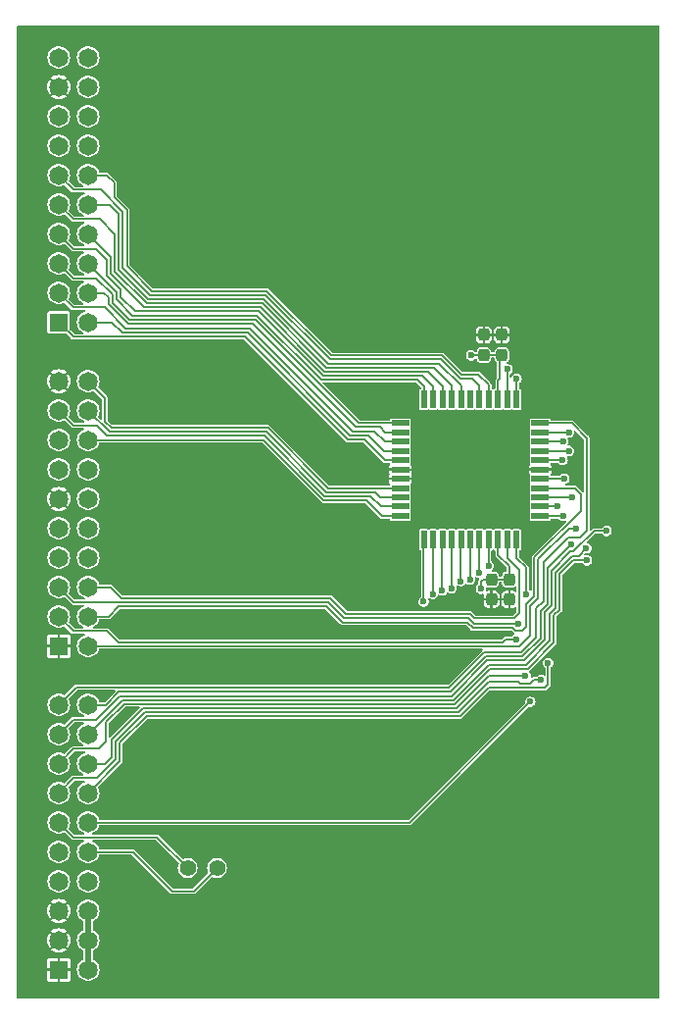
<source format=gtl>
%TF.GenerationSoftware,KiCad,Pcbnew,8.0.3-8.0.3-0~ubuntu22.04.1*%
%TF.CreationDate,2024-06-07T23:15:47+01:00*%
%TF.ProjectId,0002-65C816S-minimal,30303032-2d36-4354-9338-3136532d6d69,A*%
%TF.SameCoordinates,Original*%
%TF.FileFunction,Copper,L1,Top*%
%TF.FilePolarity,Positive*%
%FSLAX46Y46*%
G04 Gerber Fmt 4.6, Leading zero omitted, Abs format (unit mm)*
G04 Created by KiCad (PCBNEW 8.0.3-8.0.3-0~ubuntu22.04.1) date 2024-06-07 23:15:47*
%MOMM*%
%LPD*%
G01*
G04 APERTURE LIST*
G04 Aperture macros list*
%AMRoundRect*
0 Rectangle with rounded corners*
0 $1 Rounding radius*
0 $2 $3 $4 $5 $6 $7 $8 $9 X,Y pos of 4 corners*
0 Add a 4 corners polygon primitive as box body*
4,1,4,$2,$3,$4,$5,$6,$7,$8,$9,$2,$3,0*
0 Add four circle primitives for the rounded corners*
1,1,$1+$1,$2,$3*
1,1,$1+$1,$4,$5*
1,1,$1+$1,$6,$7*
1,1,$1+$1,$8,$9*
0 Add four rect primitives between the rounded corners*
20,1,$1+$1,$2,$3,$4,$5,0*
20,1,$1+$1,$4,$5,$6,$7,0*
20,1,$1+$1,$6,$7,$8,$9,0*
20,1,$1+$1,$8,$9,$2,$3,0*%
G04 Aperture macros list end*
%TA.AperFunction,SMDPad,CuDef*%
%ADD10RoundRect,0.237500X-0.237500X0.300000X-0.237500X-0.300000X0.237500X-0.300000X0.237500X0.300000X0*%
%TD*%
%TA.AperFunction,SMDPad,CuDef*%
%ADD11RoundRect,0.237500X0.237500X-0.300000X0.237500X0.300000X-0.237500X0.300000X-0.237500X-0.300000X0*%
%TD*%
%TA.AperFunction,SMDPad,CuDef*%
%ADD12R,0.520000X1.500000*%
%TD*%
%TA.AperFunction,SMDPad,CuDef*%
%ADD13R,1.500000X0.520000*%
%TD*%
%TA.AperFunction,ComponentPad*%
%ADD14R,1.650000X1.650000*%
%TD*%
%TA.AperFunction,ComponentPad*%
%ADD15C,1.650000*%
%TD*%
%TA.AperFunction,ViaPad*%
%ADD16C,0.600000*%
%TD*%
%TA.AperFunction,ViaPad*%
%ADD17C,1.400000*%
%TD*%
%TA.AperFunction,Conductor*%
%ADD18C,0.150000*%
%TD*%
%TA.AperFunction,Conductor*%
%ADD19C,0.500000*%
%TD*%
G04 APERTURE END LIST*
D10*
%TO.P,C2,1*%
%TO.N,/VDD*%
X163400000Y-111087500D03*
%TO.P,C2,2*%
%TO.N,/GND*%
X163400000Y-112812500D03*
%TD*%
%TO.P,C4,1*%
%TO.N,/VDD*%
X161850000Y-111087500D03*
%TO.P,C4,2*%
%TO.N,/GND*%
X161850000Y-112812500D03*
%TD*%
D11*
%TO.P,C1,1*%
%TO.N,/VDD*%
X161200000Y-91712500D03*
%TO.P,C1,2*%
%TO.N,/GND*%
X161200000Y-89987500D03*
%TD*%
D12*
%TO.P,U1,1,nNMI*%
%TO.N,/nNMI*%
X164020000Y-95550000D03*
%TO.P,U1,2,VPA*%
%TO.N,/VPA*%
X163220000Y-95550000D03*
%TO.P,U1,3,VDD*%
%TO.N,/VDD*%
X162420000Y-95550000D03*
%TO.P,U1,4,A0*%
%TO.N,/A0*%
X161620000Y-95550000D03*
%TO.P,U1,5,A1*%
%TO.N,/A1*%
X160820000Y-95550000D03*
%TO.P,U1,6,nc*%
%TO.N,unconnected-(U1-nc-Pad6)*%
X160020000Y-95550000D03*
%TO.P,U1,7,A2*%
%TO.N,/A2*%
X159220000Y-95550000D03*
%TO.P,U1,8,A3*%
%TO.N,/A3*%
X158420000Y-95550000D03*
%TO.P,U1,9,A4*%
%TO.N,/A4*%
X157620000Y-95550000D03*
%TO.P,U1,10,A5*%
%TO.N,/A5*%
X156820000Y-95550000D03*
%TO.P,U1,11,A6*%
%TO.N,/A6*%
X156020000Y-95550000D03*
D13*
%TO.P,U1,12,A7*%
%TO.N,/A7*%
X153970000Y-97600000D03*
%TO.P,U1,13,A8*%
%TO.N,/A8*%
X153970000Y-98400000D03*
%TO.P,U1,14,A9*%
%TO.N,/A9*%
X153970000Y-99200000D03*
%TO.P,U1,15,A10*%
%TO.N,/A10*%
X153970000Y-100000000D03*
%TO.P,U1,16,A11*%
%TO.N,/A11*%
X153970000Y-100800000D03*
%TO.P,U1,17,VSS*%
%TO.N,/GND*%
X153970000Y-101600000D03*
%TO.P,U1,18,VSS*%
X153970000Y-102400000D03*
%TO.P,U1,19,A12*%
%TO.N,/A12*%
X153970000Y-103200000D03*
%TO.P,U1,20,A13*%
%TO.N,/A13*%
X153970000Y-104000000D03*
%TO.P,U1,21,A14*%
%TO.N,/A14*%
X153970000Y-104800000D03*
%TO.P,U1,22,A15*%
%TO.N,/A15*%
X153970000Y-105600000D03*
D12*
%TO.P,U1,23,D7*%
%TO.N,/D7*%
X156020000Y-107650000D03*
%TO.P,U1,24,D6*%
%TO.N,/D6*%
X156820000Y-107650000D03*
%TO.P,U1,25,D5*%
%TO.N,/D5*%
X157620000Y-107650000D03*
%TO.P,U1,26,D4*%
%TO.N,/D4*%
X158420000Y-107650000D03*
%TO.P,U1,27,D3*%
%TO.N,/D3*%
X159220000Y-107650000D03*
%TO.P,U1,28,D2*%
%TO.N,/D2*%
X160020000Y-107650000D03*
%TO.P,U1,29,D1*%
%TO.N,/D1*%
X160820000Y-107650000D03*
%TO.P,U1,30,D0*%
%TO.N,/D0*%
X161620000Y-107650000D03*
%TO.P,U1,31,VDD*%
%TO.N,/VDD*%
X162420000Y-107650000D03*
%TO.P,U1,32,RnW*%
%TO.N,/RnW*%
X163220000Y-107650000D03*
%TO.P,U1,33,E*%
%TO.N,/E*%
X164020000Y-107650000D03*
D13*
%TO.P,U1,34,BE*%
%TO.N,/BE*%
X166070000Y-105600000D03*
%TO.P,U1,35,PHI2*%
%TO.N,/SYSCLK*%
X166070000Y-104800000D03*
%TO.P,U1,36,MX*%
%TO.N,/MX*%
X166070000Y-104000000D03*
%TO.P,U1,37,VDA*%
%TO.N,/VDA*%
X166070000Y-103200000D03*
%TO.P,U1,38,nRESET*%
%TO.N,/nRESET*%
X166070000Y-102400000D03*
%TO.P,U1,39,VSS*%
%TO.N,/GND*%
X166070000Y-101600000D03*
%TO.P,U1,40,nVP*%
%TO.N,/nVP*%
X166070000Y-100800000D03*
%TO.P,U1,41,RDY*%
%TO.N,/RDY*%
X166070000Y-100000000D03*
%TO.P,U1,42,nABORT*%
%TO.N,/nABORT*%
X166070000Y-99200000D03*
%TO.P,U1,43,nIRQ*%
%TO.N,/nIRQ*%
X166070000Y-98400000D03*
%TO.P,U1,44,nML*%
%TO.N,/nML*%
X166070000Y-97600000D03*
%TD*%
D14*
%TO.P,PL2,1,1*%
%TO.N,/GND*%
X124460000Y-116840000D03*
D15*
%TO.P,PL2,2,2*%
%TO.N,/MX*%
X127000000Y-116840000D03*
%TO.P,PL2,3,3*%
%TO.N,/E*%
X124460000Y-114300000D03*
%TO.P,PL2,4,4*%
%TO.N,/VDA*%
X127000000Y-114300000D03*
%TO.P,PL2,5,5*%
%TO.N,/VPA*%
X124460000Y-111760000D03*
%TO.P,PL2,6,6*%
%TO.N,/RnW*%
X127000000Y-111760000D03*
%TO.P,PL2,7,7*%
%TO.N,/D7*%
X124460000Y-109220000D03*
%TO.P,PL2,8,8*%
%TO.N,/D6*%
X127000000Y-109220000D03*
%TO.P,PL2,9,9*%
%TO.N,/D5*%
X124460000Y-106680000D03*
%TO.P,PL2,10,10*%
%TO.N,/D4*%
X127000000Y-106680000D03*
%TO.P,PL2,11,11*%
%TO.N,/GND*%
X124460000Y-104140000D03*
%TO.P,PL2,12,12*%
%TO.N,/D3*%
X127000000Y-104140000D03*
%TO.P,PL2,13,13*%
%TO.N,/D2*%
X124460000Y-101600000D03*
%TO.P,PL2,14,14*%
%TO.N,/D1*%
X127000000Y-101600000D03*
%TO.P,PL2,15,15*%
%TO.N,/D0*%
X124460000Y-99060000D03*
%TO.P,PL2,16,16*%
%TO.N,/A15*%
X127000000Y-99060000D03*
%TO.P,PL2,17,17*%
%TO.N,/A14*%
X124460000Y-96520000D03*
%TO.P,PL2,18,18*%
%TO.N,/A13*%
X127000000Y-96520000D03*
%TO.P,PL2,19,19*%
%TO.N,/GND*%
X124460000Y-93980000D03*
%TO.P,PL2,20,20*%
%TO.N,/A12*%
X127000000Y-93980000D03*
%TD*%
D14*
%TO.P,PL1,1,1*%
%TO.N,/A11*%
X124460000Y-88900000D03*
D15*
%TO.P,PL1,2,2*%
%TO.N,/A10*%
X127000000Y-88900000D03*
%TO.P,PL1,3,3*%
%TO.N,/A9*%
X124460000Y-86360000D03*
%TO.P,PL1,4,4*%
%TO.N,/A8*%
X127000000Y-86360000D03*
%TO.P,PL1,5,5*%
%TO.N,/A7*%
X124460000Y-83820000D03*
%TO.P,PL1,6,6*%
%TO.N,/A6*%
X127000000Y-83820000D03*
%TO.P,PL1,7,7*%
%TO.N,/A5*%
X124460000Y-81280000D03*
%TO.P,PL1,8,8*%
%TO.N,/A4*%
X127000000Y-81280000D03*
%TO.P,PL1,9,9*%
%TO.N,/A3*%
X124460000Y-78740000D03*
%TO.P,PL1,10,10*%
%TO.N,/A2*%
X127000000Y-78740000D03*
%TO.P,PL1,11,11*%
%TO.N,/A1*%
X124460000Y-76200000D03*
%TO.P,PL1,12,12*%
%TO.N,/A0*%
X127000000Y-76200000D03*
%TO.P,PL1,13,13*%
%TO.N,unconnected-(PL1-Pad13)*%
X124460000Y-73660000D03*
%TO.P,PL1,14,14*%
%TO.N,unconnected-(PL1-Pad14)*%
X127000000Y-73660000D03*
%TO.P,PL1,15,15*%
%TO.N,unconnected-(PL1-Pad15)*%
X124460000Y-71120000D03*
%TO.P,PL1,16,16*%
%TO.N,unconnected-(PL1-Pad16)*%
X127000000Y-71120000D03*
%TO.P,PL1,17,17*%
%TO.N,/GND*%
X124460000Y-68580000D03*
%TO.P,PL1,18,18*%
%TO.N,unconnected-(PL1-Pad18)*%
X127000000Y-68580000D03*
%TO.P,PL1,19,19*%
%TO.N,/VDD*%
X124460000Y-66040000D03*
%TO.P,PL1,20,20*%
X127000000Y-66040000D03*
%TD*%
D11*
%TO.P,C3,1*%
%TO.N,/VDD*%
X162750000Y-91712500D03*
%TO.P,C3,2*%
%TO.N,/GND*%
X162750000Y-89987500D03*
%TD*%
D14*
%TO.P,PL3,1,1*%
%TO.N,/GND*%
X124460000Y-144780000D03*
D15*
%TO.P,PL3,2,2*%
%TO.N,/5V0*%
X127000000Y-144780000D03*
%TO.P,PL3,3,3*%
%TO.N,/GND*%
X124460000Y-142240000D03*
%TO.P,PL3,4,4*%
%TO.N,/5V0*%
X127000000Y-142240000D03*
%TO.P,PL3,5,5*%
%TO.N,/GND*%
X124460000Y-139700000D03*
%TO.P,PL3,6,6*%
%TO.N,/5V0*%
X127000000Y-139700000D03*
%TO.P,PL3,7,7*%
%TO.N,unconnected-(PL3-Pad7)*%
X124460000Y-137160000D03*
%TO.P,PL3,8,8*%
%TO.N,unconnected-(PL3-Pad8)*%
X127000000Y-137160000D03*
%TO.P,PL3,9,9*%
%TO.N,unconnected-(PL3-Pad9)*%
X124460000Y-134620000D03*
%TO.P,PL3,10,10*%
%TO.N,/S3A-UART-RX*%
X127000000Y-134620000D03*
%TO.P,PL3,11,11*%
%TO.N,/S3A-UART-TX*%
X124460000Y-132080000D03*
%TO.P,PL3,12,12*%
%TO.N,/SYSCLK*%
X127000000Y-132080000D03*
%TO.P,PL3,13,13*%
%TO.N,/BE*%
X124460000Y-129540000D03*
%TO.P,PL3,14,14*%
%TO.N,/nRESET*%
X127000000Y-129540000D03*
%TO.P,PL3,15,15*%
%TO.N,/nABORT*%
X124460000Y-127000000D03*
%TO.P,PL3,16,16*%
%TO.N,/nNMI*%
X127000000Y-127000000D03*
%TO.P,PL3,17,17*%
%TO.N,/nIRQ*%
X124460000Y-124460000D03*
%TO.P,PL3,18,18*%
%TO.N,/RDY*%
X127000000Y-124460000D03*
%TO.P,PL3,19,19*%
%TO.N,/nML*%
X124460000Y-121920000D03*
%TO.P,PL3,20,20*%
%TO.N,/nVP*%
X127000000Y-121920000D03*
%TD*%
D16*
%TO.N,/VDD*%
X160100000Y-91750000D03*
X160950000Y-111900000D03*
%TO.N,/GND*%
X138950000Y-131100000D03*
X167400000Y-117400000D03*
X142700000Y-85350000D03*
X168300000Y-113050000D03*
X129700000Y-123350000D03*
X129100000Y-130400000D03*
X162600000Y-113800000D03*
X147350000Y-111600000D03*
X170750000Y-99300000D03*
X164650000Y-106250000D03*
X164700000Y-101600000D03*
X163900000Y-90000000D03*
X149500000Y-95000000D03*
X129150000Y-99900000D03*
D17*
X140680000Y-136000000D03*
D16*
X148300000Y-90700000D03*
X154350000Y-130950000D03*
X165900000Y-121050000D03*
X162450000Y-109900000D03*
X131750000Y-84350000D03*
X148500000Y-106050000D03*
X130600000Y-118400000D03*
X147750000Y-123800000D03*
X161750000Y-93200000D03*
X154000000Y-113150000D03*
X155400000Y-106200000D03*
X169150000Y-102450000D03*
X154500000Y-108850000D03*
X129900000Y-77800000D03*
X155250000Y-96850000D03*
X147350000Y-115050000D03*
X133050000Y-135050000D03*
X152350000Y-101550000D03*
X162350000Y-125950000D03*
X162750000Y-88700000D03*
X159250000Y-115700000D03*
X160020000Y-101600000D03*
X166350000Y-95650000D03*
X147050000Y-118500000D03*
X160000000Y-90050000D03*
X131450000Y-124650000D03*
X164550000Y-121050000D03*
X130800000Y-114900000D03*
X129050000Y-91350000D03*
X167550000Y-101600000D03*
X171750000Y-107850000D03*
X144150000Y-96850000D03*
X160750000Y-112800000D03*
X164700000Y-96900000D03*
X152350000Y-102400000D03*
X131450000Y-106100000D03*
X129900000Y-111450000D03*
X132950000Y-138350000D03*
X129350000Y-97100000D03*
X155000000Y-133050000D03*
X140100000Y-90950000D03*
X161200000Y-88750000D03*
%TO.N,/D2*%
X160000000Y-111100000D03*
%TO.N,/D1*%
X160800000Y-110500000D03*
%TO.N,/D5*%
X157600000Y-112050000D03*
%TO.N,/VPA*%
X164200000Y-114900000D03*
X163250000Y-92950000D03*
%TO.N,/D7*%
X156000000Y-113000000D03*
%TO.N,/D0*%
X161600000Y-109900000D03*
%TO.N,/E*%
X164850000Y-112350000D03*
X164000000Y-116250000D03*
%TO.N,/D6*%
X156800000Y-112350000D03*
%TO.N,/D4*%
X158400000Y-111850000D03*
%TO.N,/D3*%
X159200000Y-111250000D03*
%TO.N,/MX*%
X168850000Y-104000000D03*
X169200000Y-106700000D03*
%TO.N,/nABORT*%
X168050000Y-99200000D03*
X170100000Y-109450000D03*
D17*
%TO.N,/S3A-UART-RX*%
X138140000Y-136000000D03*
D16*
%TO.N,/nVP*%
X168000000Y-100800000D03*
X168750000Y-108050000D03*
%TO.N,/RDY*%
X168550000Y-100000000D03*
X170050000Y-108400000D03*
%TO.N,/BE*%
X166150000Y-119750000D03*
X168050000Y-105600000D03*
%TO.N,/nRESET*%
X168150000Y-102400000D03*
X166750000Y-118300000D03*
%TO.N,/nNMI*%
X164800000Y-119400000D03*
X164020000Y-93770000D03*
%TO.N,/SYSCLK*%
X165200000Y-121650000D03*
X167600000Y-104800000D03*
%TO.N,/nIRQ*%
X168550000Y-98400000D03*
X171800000Y-106900000D03*
D17*
%TO.N,/S3A-UART-TX*%
X135600000Y-136000000D03*
%TD*%
D18*
%TO.N,/VDD*%
X161162500Y-91750000D02*
X161200000Y-91712500D01*
X162550000Y-91912500D02*
X162550000Y-93800000D01*
X161850000Y-111087500D02*
X163400000Y-111087500D01*
X162420000Y-93930000D02*
X162420000Y-95550000D01*
X163400000Y-111087500D02*
X163400000Y-109950000D01*
X160100000Y-91750000D02*
X161162500Y-91750000D01*
X161200000Y-91712500D02*
X162750000Y-91712500D01*
X161112500Y-111087500D02*
X161850000Y-111087500D01*
X163400000Y-109950000D02*
X162420000Y-108970000D01*
X160950000Y-111900000D02*
X160950000Y-111250000D01*
X162420000Y-108970000D02*
X162420000Y-107650000D01*
X160950000Y-111250000D02*
X161112500Y-111087500D01*
X162750000Y-91712500D02*
X162550000Y-91912500D01*
X162550000Y-93800000D02*
X162420000Y-93930000D01*
%TO.N,/A10*%
X152600000Y-100000000D02*
X153970000Y-100000000D01*
X149650000Y-98650000D02*
X151250000Y-98650000D01*
X129050000Y-88900000D02*
X129950000Y-89800000D01*
X127000000Y-88900000D02*
X129050000Y-88900000D01*
X140800000Y-89800000D02*
X149650000Y-98650000D01*
X129950000Y-89800000D02*
X140800000Y-89800000D01*
X151250000Y-98650000D02*
X152600000Y-100000000D01*
%TO.N,/A0*%
X129250000Y-76850000D02*
X129250000Y-78100000D01*
X128600000Y-76200000D02*
X129250000Y-76850000D01*
X148000000Y-91750000D02*
X157600000Y-91750000D01*
X129250000Y-78100000D02*
X130350000Y-79200000D01*
X160720000Y-93400000D02*
X161620000Y-94300000D01*
X159250000Y-93400000D02*
X160720000Y-93400000D01*
X130350000Y-79200000D02*
X130350000Y-84050000D01*
X130350000Y-84050000D02*
X132500000Y-86200000D01*
X157600000Y-91750000D02*
X159250000Y-93400000D01*
X132500000Y-86200000D02*
X142450000Y-86200000D01*
X142450000Y-86200000D02*
X148000000Y-91750000D01*
X127000000Y-76200000D02*
X128600000Y-76200000D01*
X161620000Y-94300000D02*
X161620000Y-95550000D01*
%TO.N,/A9*%
X141000000Y-89400000D02*
X149900000Y-98300000D01*
X128450000Y-87600000D02*
X130250000Y-89400000D01*
X149900000Y-98300000D02*
X151750000Y-98300000D01*
X151750000Y-98300000D02*
X152650000Y-99200000D01*
X130250000Y-89400000D02*
X141000000Y-89400000D01*
X125700000Y-87600000D02*
X128450000Y-87600000D01*
X124460000Y-86360000D02*
X125700000Y-87600000D01*
X152650000Y-99200000D02*
X153970000Y-99200000D01*
%TO.N,/A11*%
X125710000Y-90150000D02*
X140550000Y-90150000D01*
X140550000Y-90150000D02*
X149400000Y-99000000D01*
X124460000Y-88900000D02*
X125710000Y-90150000D01*
X152650000Y-100800000D02*
X153970000Y-100800000D01*
X149400000Y-99000000D02*
X150850000Y-99000000D01*
X150850000Y-99000000D02*
X152650000Y-100800000D01*
%TO.N,/A3*%
X129300000Y-84500000D02*
X132050000Y-87250000D01*
X128000000Y-80000000D02*
X129300000Y-81300000D01*
X124460000Y-78740000D02*
X125720000Y-80000000D01*
X125720000Y-80000000D02*
X128000000Y-80000000D01*
X156870000Y-92800000D02*
X158420000Y-94350000D01*
X129300000Y-81300000D02*
X129300000Y-84500000D01*
X132050000Y-87250000D02*
X142050000Y-87250000D01*
X142050000Y-87250000D02*
X147600000Y-92800000D01*
X158420000Y-94350000D02*
X158420000Y-95550000D01*
X147600000Y-92800000D02*
X156870000Y-92800000D01*
%TO.N,/A4*%
X127000000Y-81280000D02*
X128950000Y-83230000D01*
X156370000Y-93150000D02*
X157620000Y-94400000D01*
X128950000Y-83230000D02*
X128950000Y-84700000D01*
X157620000Y-94400000D02*
X157620000Y-95550000D01*
X147450000Y-93150000D02*
X156370000Y-93150000D01*
X128950000Y-84700000D02*
X131850000Y-87600000D01*
X141900000Y-87600000D02*
X147450000Y-93150000D01*
X131850000Y-87600000D02*
X141900000Y-87600000D01*
%TO.N,/A2*%
X157320000Y-92450000D02*
X159220000Y-94350000D01*
X129650000Y-79550000D02*
X129650000Y-84350000D01*
X127000000Y-78740000D02*
X128840000Y-78740000D01*
X129650000Y-84350000D02*
X132200000Y-86900000D01*
X142200000Y-86900000D02*
X147750000Y-92450000D01*
X159220000Y-94350000D02*
X159220000Y-95550000D01*
X132200000Y-86900000D02*
X142200000Y-86900000D01*
X147750000Y-92450000D02*
X157320000Y-92450000D01*
X128840000Y-78740000D02*
X129650000Y-79550000D01*
%TO.N,/GND*%
X153970000Y-102400000D02*
X155300000Y-102400000D01*
X167550000Y-101600000D02*
X169000000Y-101600000D01*
X166070000Y-101600000D02*
X164700000Y-101600000D01*
X169000000Y-101600000D02*
X169500000Y-102100000D01*
X166070000Y-101600000D02*
X167550000Y-101600000D01*
X153970000Y-101600000D02*
X155250000Y-101600000D01*
%TO.N,/A8*%
X152200000Y-97950000D02*
X152650000Y-98400000D01*
X150100000Y-97950000D02*
X152200000Y-97950000D01*
X130450000Y-89050000D02*
X141200000Y-89050000D01*
X141200000Y-89050000D02*
X150100000Y-97950000D01*
X152650000Y-98400000D02*
X153970000Y-98400000D01*
X128400000Y-86360000D02*
X128750000Y-86710000D01*
X127000000Y-86360000D02*
X128400000Y-86360000D01*
X128750000Y-86710000D02*
X128750000Y-87350000D01*
X128750000Y-87350000D02*
X130450000Y-89050000D01*
%TO.N,/A5*%
X129800000Y-86700000D02*
X131050000Y-87950000D01*
X128600000Y-83500000D02*
X128600000Y-84850000D01*
X141750000Y-87950000D02*
X147300000Y-93500000D01*
X128600000Y-84850000D02*
X129800000Y-86050000D01*
X129800000Y-86050000D02*
X129800000Y-86700000D01*
X127650000Y-82550000D02*
X128600000Y-83500000D01*
X156820000Y-94450000D02*
X156820000Y-95550000D01*
X155870000Y-93500000D02*
X156820000Y-94450000D01*
X124460000Y-81280000D02*
X125730000Y-82550000D01*
X131050000Y-87950000D02*
X141750000Y-87950000D01*
X147300000Y-93500000D02*
X155870000Y-93500000D01*
X125730000Y-82550000D02*
X127650000Y-82550000D01*
%TO.N,/A1*%
X142350000Y-86550000D02*
X147900000Y-92100000D01*
X160210000Y-93740000D02*
X160820000Y-94350000D01*
X130000000Y-84200000D02*
X132350000Y-86550000D01*
X160820000Y-94350000D02*
X160820000Y-95550000D01*
X157500000Y-92100000D02*
X159140000Y-93740000D01*
X159140000Y-93740000D02*
X160210000Y-93740000D01*
X128100000Y-77450000D02*
X130000000Y-79350000D01*
X132350000Y-86550000D02*
X142350000Y-86550000D01*
X124460000Y-76200000D02*
X125710000Y-77450000D01*
X147900000Y-92100000D02*
X157500000Y-92100000D01*
X130000000Y-79350000D02*
X130000000Y-84200000D01*
X125710000Y-77450000D02*
X128100000Y-77450000D01*
%TO.N,/A7*%
X129100000Y-87200000D02*
X129100000Y-86500000D01*
X129100000Y-86500000D02*
X127700000Y-85100000D01*
X141450000Y-88700000D02*
X130600000Y-88700000D01*
X141450000Y-88700000D02*
X150350000Y-97600000D01*
X130600000Y-88700000D02*
X129100000Y-87200000D01*
X150350000Y-97600000D02*
X153970000Y-97600000D01*
X127700000Y-85100000D02*
X125740000Y-85100000D01*
X125740000Y-85100000D02*
X124460000Y-83820000D01*
%TO.N,/A6*%
X129450000Y-86900000D02*
X130850000Y-88300000D01*
X127000000Y-83820000D02*
X129450000Y-86270000D01*
X141600000Y-88300000D02*
X147150000Y-93850000D01*
X155420000Y-93850000D02*
X156020000Y-94450000D01*
X147150000Y-93850000D02*
X155420000Y-93850000D01*
X129450000Y-86270000D02*
X129450000Y-86900000D01*
X156020000Y-94450000D02*
X156020000Y-95550000D01*
X130850000Y-88300000D02*
X141600000Y-88300000D01*
%TO.N,/D2*%
X160020000Y-107650000D02*
X160020000Y-108880000D01*
X160020000Y-108880000D02*
X160000000Y-108900000D01*
X160000000Y-111100000D02*
X160000000Y-108900000D01*
%TO.N,/D1*%
X160800000Y-107670000D02*
X160820000Y-107650000D01*
X160800000Y-110500000D02*
X160800000Y-107670000D01*
%TO.N,/D5*%
X157600000Y-112050000D02*
X157600000Y-107670000D01*
X157600000Y-107670000D02*
X157620000Y-107650000D01*
%TO.N,/VPA*%
X149100000Y-114400000D02*
X159850000Y-114400000D01*
X124460000Y-111760000D02*
X125750000Y-113050000D01*
X125750000Y-113050000D02*
X147750000Y-113050000D01*
X159850000Y-114400000D02*
X160350000Y-114900000D01*
X147750000Y-113050000D02*
X149100000Y-114400000D01*
X160350000Y-114900000D02*
X164200000Y-114900000D01*
X163220000Y-92980000D02*
X163250000Y-92950000D01*
X163220000Y-95550000D02*
X163220000Y-92980000D01*
%TO.N,/VDA*%
X163950000Y-115550000D02*
X164500000Y-115550000D01*
X127000000Y-114300000D02*
X128750000Y-114300000D01*
X147600000Y-113400000D02*
X149000000Y-114800000D01*
X169575000Y-105175000D02*
X169575000Y-103725000D01*
X169050000Y-103200000D02*
X166070000Y-103200000D01*
X159750000Y-114800000D02*
X160250000Y-115300000D01*
X165550000Y-112550000D02*
X165550000Y-109200000D01*
X169575000Y-103725000D02*
X169050000Y-103200000D01*
X164500000Y-115550000D02*
X164850000Y-115200000D01*
X165550000Y-109200000D02*
X169575000Y-105175000D01*
X149000000Y-114800000D02*
X159750000Y-114800000D01*
X164850000Y-115200000D02*
X164850000Y-113250000D01*
X128750000Y-114300000D02*
X129650000Y-113400000D01*
X129650000Y-113400000D02*
X147600000Y-113400000D01*
X164850000Y-113250000D02*
X165550000Y-112550000D01*
X160250000Y-115300000D02*
X163700000Y-115300000D01*
X163700000Y-115300000D02*
X163950000Y-115550000D01*
%TO.N,/A13*%
X152250000Y-104000000D02*
X153970000Y-104000000D01*
X128830000Y-98350000D02*
X142400000Y-98350000D01*
X127000000Y-96520000D02*
X128830000Y-98350000D01*
X147600000Y-103550000D02*
X151800000Y-103550000D01*
X142400000Y-98350000D02*
X147600000Y-103550000D01*
X151800000Y-103550000D02*
X152250000Y-104000000D01*
%TO.N,/D7*%
X156000000Y-113000000D02*
X156000000Y-107670000D01*
X156000000Y-107670000D02*
X156020000Y-107650000D01*
%TO.N,/D0*%
X161600000Y-109900000D02*
X161600000Y-107670000D01*
X161600000Y-107670000D02*
X161620000Y-107650000D01*
%TO.N,/A15*%
X147350000Y-104250000D02*
X151050000Y-104250000D01*
X127000000Y-99060000D02*
X142160000Y-99060000D01*
X142160000Y-99060000D02*
X147350000Y-104250000D01*
X152400000Y-105600000D02*
X153970000Y-105600000D01*
X151050000Y-104250000D02*
X152400000Y-105600000D01*
%TO.N,/E*%
X164020000Y-109220000D02*
X164020000Y-107650000D01*
X164850000Y-110050000D02*
X164020000Y-109220000D01*
X129600000Y-116500000D02*
X162850000Y-116500000D01*
X164850000Y-112350000D02*
X164850000Y-110050000D01*
X128650000Y-115550000D02*
X129600000Y-116500000D01*
X162850000Y-116500000D02*
X163100000Y-116250000D01*
X163100000Y-116250000D02*
X164000000Y-116250000D01*
X124460000Y-114300000D02*
X125710000Y-115550000D01*
X125710000Y-115550000D02*
X128650000Y-115550000D01*
%TO.N,/D6*%
X156800000Y-112350000D02*
X156800000Y-107670000D01*
X156800000Y-107670000D02*
X156820000Y-107650000D01*
%TO.N,/A14*%
X151400000Y-103900000D02*
X147450000Y-103900000D01*
X152300000Y-104800000D02*
X151400000Y-103900000D01*
X142250000Y-98700000D02*
X128650000Y-98700000D01*
X127750000Y-97800000D02*
X125740000Y-97800000D01*
X147450000Y-103900000D02*
X142250000Y-98700000D01*
X128650000Y-98700000D02*
X127750000Y-97800000D01*
X153970000Y-104800000D02*
X152300000Y-104800000D01*
X125740000Y-97800000D02*
X124460000Y-96520000D01*
%TO.N,/RnW*%
X127000000Y-111760000D02*
X128950000Y-111760000D01*
X128950000Y-111760000D02*
X129890000Y-112700000D01*
X129890000Y-112700000D02*
X147950000Y-112700000D01*
X149300000Y-114050000D02*
X160000000Y-114050000D01*
X160400000Y-114450000D02*
X163800000Y-114450000D01*
X160000000Y-114050000D02*
X160400000Y-114450000D01*
X164250000Y-114000000D02*
X164250000Y-110250000D01*
X163800000Y-114450000D02*
X164250000Y-114000000D01*
X147950000Y-112700000D02*
X149300000Y-114050000D01*
X164250000Y-110250000D02*
X163220000Y-109220000D01*
X163220000Y-109220000D02*
X163220000Y-107650000D01*
%TO.N,/D4*%
X158400000Y-107670000D02*
X158420000Y-107650000D01*
X158400000Y-111850000D02*
X158400000Y-107670000D01*
%TO.N,/D3*%
X159200000Y-107670000D02*
X159220000Y-107650000D01*
X159200000Y-111250000D02*
X159200000Y-107670000D01*
%TO.N,/A12*%
X129000000Y-98000000D02*
X128450000Y-97450000D01*
X128450000Y-97450000D02*
X128450000Y-95430000D01*
X142550000Y-98000000D02*
X129000000Y-98000000D01*
X153970000Y-103200000D02*
X147750000Y-103200000D01*
X128450000Y-95430000D02*
X127000000Y-93980000D01*
X147750000Y-103200000D02*
X142550000Y-98000000D01*
%TO.N,/MX*%
X166070000Y-104000000D02*
X168850000Y-104000000D01*
X165200000Y-115900000D02*
X165200000Y-113400000D01*
X165900000Y-109350000D02*
X168550000Y-106700000D01*
X165200000Y-113400000D02*
X165900000Y-112700000D01*
X168550000Y-106700000D02*
X169200000Y-106700000D01*
X127000000Y-116840000D02*
X164260000Y-116840000D01*
X165900000Y-112700000D02*
X165900000Y-109350000D01*
X164260000Y-116840000D02*
X165200000Y-115900000D01*
%TO.N,/nABORT*%
X167250000Y-114200000D02*
X167750000Y-113700000D01*
X128550000Y-123400000D02*
X130100000Y-121850000D01*
X167750000Y-113700000D02*
X167750000Y-110650000D01*
X168950000Y-109450000D02*
X170100000Y-109450000D01*
X130100000Y-121850000D02*
X158700000Y-121850000D01*
X158700000Y-121850000D02*
X161750000Y-118800000D01*
X161750000Y-118800000D02*
X165000000Y-118800000D01*
X127950000Y-125700000D02*
X128550000Y-125100000D01*
X167250000Y-116550000D02*
X167250000Y-114200000D01*
X167750000Y-110650000D02*
X168950000Y-109450000D01*
X124460000Y-127000000D02*
X125760000Y-125700000D01*
X125760000Y-125700000D02*
X127950000Y-125700000D01*
X166070000Y-99200000D02*
X168050000Y-99200000D01*
X128550000Y-125100000D02*
X128550000Y-123400000D01*
X165000000Y-118800000D02*
X167250000Y-116550000D01*
D19*
%TO.N,/5V0*%
X127000000Y-142240000D02*
X127000000Y-144780000D01*
X127000000Y-139700000D02*
X127000000Y-142240000D01*
D18*
%TO.N,/S3A-UART-RX*%
X130870000Y-134620000D02*
X134250000Y-138000000D01*
X136140000Y-138000000D02*
X138140000Y-136000000D01*
X127000000Y-134620000D02*
X130870000Y-134620000D01*
X134250000Y-138000000D02*
X136140000Y-138000000D01*
%TO.N,/nVP*%
X166700000Y-113200000D02*
X166700000Y-110100000D01*
X166100000Y-113800000D02*
X166700000Y-113200000D01*
X166700000Y-110100000D02*
X168750000Y-108050000D01*
X164550000Y-117750000D02*
X166100000Y-116200000D01*
X166100000Y-116200000D02*
X166100000Y-113800000D01*
X161350000Y-117750000D02*
X164550000Y-117750000D01*
X129620000Y-120800000D02*
X158300000Y-120800000D01*
X166070000Y-100800000D02*
X168000000Y-100800000D01*
X158300000Y-120800000D02*
X161350000Y-117750000D01*
X127000000Y-121920000D02*
X128500000Y-121920000D01*
X128500000Y-121920000D02*
X129620000Y-120800000D01*
%TO.N,/RDY*%
X161600000Y-118450000D02*
X164850000Y-118450000D01*
X167400000Y-110500000D02*
X168850000Y-109050000D01*
X166070000Y-100000000D02*
X168550000Y-100000000D01*
X129960000Y-121500000D02*
X158550000Y-121500000D01*
X166900000Y-116400000D02*
X166900000Y-114050000D01*
X164850000Y-118450000D02*
X166900000Y-116400000D01*
X168850000Y-109050000D02*
X169400000Y-109050000D01*
X169400000Y-109050000D02*
X170050000Y-108400000D01*
X166900000Y-114050000D02*
X167400000Y-113550000D01*
X158550000Y-121500000D02*
X161600000Y-118450000D01*
X127000000Y-124460000D02*
X129960000Y-121500000D01*
X167400000Y-113550000D02*
X167400000Y-110500000D01*
%TO.N,/BE*%
X129400000Y-125050000D02*
X129400000Y-126600000D01*
X161650000Y-119900000D02*
X159000000Y-122550000D01*
X164350000Y-120100000D02*
X164150000Y-119900000D01*
X166150000Y-119750000D02*
X165500000Y-119750000D01*
X125750000Y-128250000D02*
X124460000Y-129540000D01*
X159000000Y-122550000D02*
X131900000Y-122550000D01*
X129400000Y-126600000D02*
X127750000Y-128250000D01*
X164150000Y-119900000D02*
X161650000Y-119900000D01*
X165500000Y-119750000D02*
X165150000Y-120100000D01*
X165150000Y-120100000D02*
X164350000Y-120100000D01*
X131900000Y-122550000D02*
X129400000Y-125050000D01*
X127750000Y-128250000D02*
X125750000Y-128250000D01*
X166070000Y-105600000D02*
X168050000Y-105600000D01*
%TO.N,/nRESET*%
X166750000Y-120150000D02*
X166450000Y-120450000D01*
X129750000Y-126790000D02*
X127000000Y-129540000D01*
X159150000Y-122900000D02*
X132050000Y-122900000D01*
X166450000Y-120450000D02*
X161600000Y-120450000D01*
X161600000Y-120450000D02*
X159150000Y-122900000D01*
X166750000Y-118300000D02*
X166750000Y-120150000D01*
X129750000Y-125200000D02*
X129750000Y-126790000D01*
X132050000Y-122900000D02*
X129750000Y-125200000D01*
X166070000Y-102400000D02*
X168150000Y-102400000D01*
%TO.N,/nML*%
X125980000Y-120400000D02*
X158200000Y-120400000D01*
X166350000Y-112950000D02*
X166350000Y-109600000D01*
X124460000Y-121920000D02*
X125980000Y-120400000D01*
X161200000Y-117400000D02*
X164425000Y-117400000D01*
X166350000Y-109600000D02*
X168500000Y-107450000D01*
X168500000Y-107450000D02*
X169500000Y-107450000D01*
X168800000Y-97600000D02*
X166070000Y-97600000D01*
X170100000Y-98900000D02*
X168800000Y-97600000D01*
X169500000Y-107450000D02*
X170100000Y-106850000D01*
X165725000Y-116100000D02*
X165725000Y-113575000D01*
X158200000Y-120400000D02*
X161200000Y-117400000D01*
X164425000Y-117400000D02*
X165725000Y-116100000D01*
X165725000Y-113575000D02*
X166350000Y-112950000D01*
X170100000Y-106850000D02*
X170100000Y-98900000D01*
%TO.N,/nNMI*%
X128450000Y-127000000D02*
X129050000Y-126400000D01*
X131750000Y-122200000D02*
X158850000Y-122200000D01*
X158850000Y-122200000D02*
X161650000Y-119400000D01*
X129050000Y-126400000D02*
X129050000Y-124900000D01*
X161650000Y-119400000D02*
X164800000Y-119400000D01*
X129050000Y-124900000D02*
X131750000Y-122200000D01*
X127000000Y-127000000D02*
X128450000Y-127000000D01*
X164020000Y-95550000D02*
X164020000Y-93770000D01*
%TO.N,/SYSCLK*%
X165200000Y-121650000D02*
X154770000Y-132080000D01*
X154770000Y-132080000D02*
X127000000Y-132080000D01*
X167600000Y-104800000D02*
X166070000Y-104800000D01*
%TO.N,/nIRQ*%
X164700000Y-118100000D02*
X166500000Y-116300000D01*
X161450000Y-118100000D02*
X164700000Y-118100000D01*
X168700000Y-108700000D02*
X168950000Y-108700000D01*
X170750000Y-106900000D02*
X171800000Y-106900000D01*
X167050000Y-113350000D02*
X167050000Y-110350000D01*
X166070000Y-98400000D02*
X168550000Y-98400000D01*
X125720000Y-123200000D02*
X127700000Y-123200000D01*
X127700000Y-123200000D02*
X129750000Y-121150000D01*
X168950000Y-108700000D02*
X170750000Y-106900000D01*
X124460000Y-124460000D02*
X125720000Y-123200000D01*
X167050000Y-110350000D02*
X168700000Y-108700000D01*
X129750000Y-121150000D02*
X158400000Y-121150000D01*
X166500000Y-116300000D02*
X166500000Y-113900000D01*
X166500000Y-113900000D02*
X167050000Y-113350000D01*
X158400000Y-121150000D02*
X161450000Y-118100000D01*
%TO.N,/S3A-UART-TX*%
X124460000Y-132080000D02*
X125730000Y-133350000D01*
X125730000Y-133350000D02*
X132950000Y-133350000D01*
X132950000Y-133350000D02*
X135600000Y-136000000D01*
%TD*%
%TA.AperFunction,Conductor*%
%TO.N,/GND*%
G36*
X131429269Y-122097174D02*
G01*
X131450943Y-122149500D01*
X131429269Y-122201825D01*
X130159363Y-123471731D01*
X128922265Y-124708829D01*
X128901826Y-124729268D01*
X128849500Y-124750942D01*
X128797174Y-124729268D01*
X128775500Y-124676942D01*
X128775500Y-123524057D01*
X128797174Y-123471731D01*
X130171731Y-122097174D01*
X130224057Y-122075500D01*
X131376943Y-122075500D01*
X131429269Y-122097174D01*
G37*
%TD.AperFunction*%
%TA.AperFunction,Conductor*%
G36*
X147528269Y-113647174D02*
G01*
X148804609Y-114923514D01*
X148804612Y-114923518D01*
X148808830Y-114927736D01*
X148872264Y-114991170D01*
X148896539Y-115001225D01*
X148955145Y-115025501D01*
X148955146Y-115025501D01*
X149053467Y-115025501D01*
X149053475Y-115025500D01*
X159625943Y-115025500D01*
X159678269Y-115047174D01*
X160054609Y-115423514D01*
X160054612Y-115423518D01*
X160058830Y-115427736D01*
X160122264Y-115491170D01*
X160156003Y-115505145D01*
X160205146Y-115525501D01*
X160303467Y-115525501D01*
X160303475Y-115525500D01*
X163575943Y-115525500D01*
X163628269Y-115547174D01*
X163810624Y-115729530D01*
X163832298Y-115781856D01*
X163810624Y-115834182D01*
X163798306Y-115844108D01*
X163701956Y-115906029D01*
X163701947Y-115906036D01*
X163621431Y-115998959D01*
X163570784Y-116024311D01*
X163565505Y-116024500D01*
X163055145Y-116024500D01*
X162972266Y-116058828D01*
X162972263Y-116058830D01*
X162778269Y-116252826D01*
X162725943Y-116274500D01*
X129724057Y-116274500D01*
X129671731Y-116252826D01*
X128851578Y-115432673D01*
X128851578Y-115432672D01*
X128777737Y-115358831D01*
X128777733Y-115358828D01*
X128743997Y-115344855D01*
X128694855Y-115324499D01*
X128605145Y-115324499D01*
X128596533Y-115324499D01*
X128596525Y-115324500D01*
X127448101Y-115324500D01*
X127395775Y-115302826D01*
X127374101Y-115250500D01*
X127395775Y-115198174D01*
X127413218Y-115185238D01*
X127414163Y-115184732D01*
X127544581Y-115115023D01*
X127693120Y-114993120D01*
X127815023Y-114844581D01*
X127905605Y-114675114D01*
X127935058Y-114578018D01*
X127970989Y-114534238D01*
X128005872Y-114525500D01*
X128696525Y-114525500D01*
X128696533Y-114525501D01*
X128705145Y-114525501D01*
X128794854Y-114525501D01*
X128794855Y-114525501D01*
X128853460Y-114501225D01*
X128877736Y-114491170D01*
X128941170Y-114427736D01*
X128941170Y-114427735D01*
X128951575Y-114417330D01*
X128951576Y-114417327D01*
X129721731Y-113647174D01*
X129774057Y-113625500D01*
X147475943Y-113625500D01*
X147528269Y-113647174D01*
G37*
%TD.AperFunction*%
%TA.AperFunction,Conductor*%
G36*
X162061111Y-108514928D02*
G01*
X162101278Y-108541767D01*
X162134937Y-108548462D01*
X162182029Y-108579928D01*
X162194500Y-108621040D01*
X162194500Y-108919173D01*
X162194499Y-108919187D01*
X162194499Y-109014855D01*
X162215003Y-109064355D01*
X162228828Y-109097733D01*
X162228831Y-109097737D01*
X162302671Y-109171577D01*
X162302673Y-109171578D01*
X163152826Y-110021731D01*
X163174500Y-110074057D01*
X163174500Y-110329562D01*
X163152826Y-110381888D01*
X163112076Y-110402651D01*
X163041106Y-110413891D01*
X163041102Y-110413892D01*
X162931598Y-110469687D01*
X162844689Y-110556596D01*
X162788890Y-110666109D01*
X162774500Y-110756965D01*
X162774500Y-110788000D01*
X162752826Y-110840326D01*
X162700500Y-110862000D01*
X162549499Y-110862000D01*
X162497173Y-110840326D01*
X162475499Y-110788000D01*
X162475499Y-110756967D01*
X162469854Y-110721326D01*
X162461109Y-110666107D01*
X162461108Y-110666105D01*
X162461107Y-110666102D01*
X162405312Y-110556598D01*
X162318403Y-110469689D01*
X162274136Y-110447134D01*
X162208893Y-110413891D01*
X162208891Y-110413890D01*
X162208890Y-110413890D01*
X162118035Y-110399500D01*
X161908054Y-110399500D01*
X161855728Y-110377826D01*
X161834054Y-110325500D01*
X161855728Y-110273174D01*
X161868045Y-110263249D01*
X161898049Y-110243967D01*
X161982882Y-110146063D01*
X162036697Y-110028226D01*
X162055133Y-109900000D01*
X162036697Y-109771774D01*
X161982882Y-109653937D01*
X161898049Y-109556033D01*
X161898046Y-109556031D01*
X161859491Y-109531252D01*
X161827191Y-109484728D01*
X161825500Y-109469000D01*
X161825500Y-108624397D01*
X161847174Y-108572071D01*
X161891257Y-108551220D01*
X161891255Y-108551209D01*
X161891299Y-108551200D01*
X161892245Y-108550753D01*
X161894805Y-108550500D01*
X161894820Y-108550500D01*
X161938722Y-108541767D01*
X161978888Y-108514928D01*
X162034437Y-108503880D01*
X162061111Y-108514928D01*
G37*
%TD.AperFunction*%
%TA.AperFunction,Conductor*%
G36*
X176327826Y-63272174D02*
G01*
X176349500Y-63324500D01*
X176349500Y-147215500D01*
X176327826Y-147267826D01*
X176275500Y-147289500D01*
X120924500Y-147289500D01*
X120872174Y-147267826D01*
X120850500Y-147215500D01*
X120850500Y-143935302D01*
X123435000Y-143935302D01*
X123435000Y-144680000D01*
X123917393Y-144680000D01*
X123910000Y-144707591D01*
X123910000Y-144852409D01*
X123917393Y-144880000D01*
X123435000Y-144880000D01*
X123435000Y-145624697D01*
X123446603Y-145683035D01*
X123490807Y-145749191D01*
X123490808Y-145749192D01*
X123556964Y-145793396D01*
X123615303Y-145805000D01*
X124360000Y-145805000D01*
X124360000Y-145322606D01*
X124387591Y-145330000D01*
X124532409Y-145330000D01*
X124560000Y-145322606D01*
X124560000Y-145805000D01*
X125304697Y-145805000D01*
X125363035Y-145793396D01*
X125429191Y-145749192D01*
X125429192Y-145749191D01*
X125473396Y-145683035D01*
X125485000Y-145624697D01*
X125485000Y-144880000D01*
X125002607Y-144880000D01*
X125010000Y-144852409D01*
X125010000Y-144707591D01*
X125002607Y-144680000D01*
X125485000Y-144680000D01*
X125485000Y-143935302D01*
X125473396Y-143876964D01*
X125429192Y-143810808D01*
X125429191Y-143810807D01*
X125363035Y-143766603D01*
X125304697Y-143755000D01*
X124560000Y-143755000D01*
X124560000Y-144237393D01*
X124532409Y-144230000D01*
X124387591Y-144230000D01*
X124360000Y-144237393D01*
X124360000Y-143755000D01*
X123615303Y-143755000D01*
X123556964Y-143766603D01*
X123490808Y-143810807D01*
X123490807Y-143810808D01*
X123446603Y-143876964D01*
X123435000Y-143935302D01*
X120850500Y-143935302D01*
X120850500Y-142240000D01*
X123430040Y-142240000D01*
X123449830Y-142440936D01*
X123508442Y-142634150D01*
X123603620Y-142812215D01*
X123667961Y-142890615D01*
X124005607Y-142552968D01*
X124019890Y-142577708D01*
X124122292Y-142680110D01*
X124147029Y-142694391D01*
X123809383Y-143032038D01*
X123887784Y-143096379D01*
X124065849Y-143191557D01*
X124259063Y-143250169D01*
X124460000Y-143269959D01*
X124660936Y-143250169D01*
X124854150Y-143191557D01*
X125032215Y-143096379D01*
X125110615Y-143032038D01*
X124772970Y-142694392D01*
X124797708Y-142680110D01*
X124900110Y-142577708D01*
X124914392Y-142552969D01*
X125252038Y-142890615D01*
X125316379Y-142812215D01*
X125411557Y-142634150D01*
X125470169Y-142440936D01*
X125489959Y-142240000D01*
X125470169Y-142039063D01*
X125411557Y-141845849D01*
X125316379Y-141667784D01*
X125252038Y-141589383D01*
X124914391Y-141927028D01*
X124900110Y-141902292D01*
X124797708Y-141799890D01*
X124772968Y-141785607D01*
X125110615Y-141447961D01*
X125032215Y-141383620D01*
X124854150Y-141288442D01*
X124660936Y-141229830D01*
X124460000Y-141210040D01*
X124259063Y-141229830D01*
X124065849Y-141288442D01*
X123887785Y-141383620D01*
X123809383Y-141447961D01*
X124147029Y-141785607D01*
X124122292Y-141799890D01*
X124019890Y-141902292D01*
X124005607Y-141927029D01*
X123667961Y-141589383D01*
X123603620Y-141667785D01*
X123508442Y-141845849D01*
X123449830Y-142039063D01*
X123430040Y-142240000D01*
X120850500Y-142240000D01*
X120850500Y-139700000D01*
X123430040Y-139700000D01*
X123449830Y-139900936D01*
X123508442Y-140094150D01*
X123603620Y-140272215D01*
X123667961Y-140350615D01*
X124005607Y-140012968D01*
X124019890Y-140037708D01*
X124122292Y-140140110D01*
X124147029Y-140154391D01*
X123809383Y-140492038D01*
X123887784Y-140556379D01*
X124065849Y-140651557D01*
X124259063Y-140710169D01*
X124460000Y-140729959D01*
X124660936Y-140710169D01*
X124854150Y-140651557D01*
X125032215Y-140556379D01*
X125110615Y-140492038D01*
X124772970Y-140154392D01*
X124797708Y-140140110D01*
X124900110Y-140037708D01*
X124914392Y-140012969D01*
X125252038Y-140350615D01*
X125316379Y-140272215D01*
X125411557Y-140094150D01*
X125470169Y-139900936D01*
X125489959Y-139700000D01*
X126019780Y-139700000D01*
X126038615Y-139891231D01*
X126094395Y-140075114D01*
X126184977Y-140244581D01*
X126306880Y-140393120D01*
X126455419Y-140515023D01*
X126560383Y-140571127D01*
X126596313Y-140614906D01*
X126599500Y-140636388D01*
X126599500Y-141303610D01*
X126577826Y-141355936D01*
X126560384Y-141368872D01*
X126455418Y-141424977D01*
X126306880Y-141546880D01*
X126184982Y-141695412D01*
X126184976Y-141695421D01*
X126094396Y-141864883D01*
X126038615Y-142048767D01*
X126038615Y-142048769D01*
X126019780Y-142240000D01*
X126038615Y-142431231D01*
X126094395Y-142615114D01*
X126184977Y-142784581D01*
X126306880Y-142933120D01*
X126455419Y-143055023D01*
X126560383Y-143111127D01*
X126596313Y-143154906D01*
X126599500Y-143176388D01*
X126599500Y-143843610D01*
X126577826Y-143895936D01*
X126560384Y-143908872D01*
X126455418Y-143964977D01*
X126306880Y-144086880D01*
X126184982Y-144235412D01*
X126184976Y-144235421D01*
X126094396Y-144404883D01*
X126038615Y-144588767D01*
X126038615Y-144588769D01*
X126019780Y-144780000D01*
X126038615Y-144971231D01*
X126094395Y-145155114D01*
X126184977Y-145324581D01*
X126306880Y-145473120D01*
X126455419Y-145595023D01*
X126624886Y-145685605D01*
X126808769Y-145741385D01*
X127000000Y-145760220D01*
X127191231Y-145741385D01*
X127375114Y-145685605D01*
X127544581Y-145595023D01*
X127693120Y-145473120D01*
X127815023Y-145324581D01*
X127905605Y-145155114D01*
X127961385Y-144971231D01*
X127980220Y-144780000D01*
X127961385Y-144588769D01*
X127905605Y-144404886D01*
X127815023Y-144235419D01*
X127693120Y-144086880D01*
X127544581Y-143964977D01*
X127439615Y-143908871D01*
X127403686Y-143865091D01*
X127400500Y-143843610D01*
X127400500Y-143176388D01*
X127422174Y-143124062D01*
X127439612Y-143111129D01*
X127544581Y-143055023D01*
X127693120Y-142933120D01*
X127815023Y-142784581D01*
X127905605Y-142615114D01*
X127961385Y-142431231D01*
X127980220Y-142240000D01*
X127961385Y-142048769D01*
X127905605Y-141864886D01*
X127815023Y-141695419D01*
X127693120Y-141546880D01*
X127544581Y-141424977D01*
X127439615Y-141368871D01*
X127403686Y-141325091D01*
X127400500Y-141303610D01*
X127400500Y-140636388D01*
X127422174Y-140584062D01*
X127439612Y-140571129D01*
X127544581Y-140515023D01*
X127693120Y-140393120D01*
X127815023Y-140244581D01*
X127905605Y-140075114D01*
X127961385Y-139891231D01*
X127980220Y-139700000D01*
X127961385Y-139508769D01*
X127905605Y-139324886D01*
X127815023Y-139155419D01*
X127693120Y-139006880D01*
X127544581Y-138884977D01*
X127375114Y-138794395D01*
X127271300Y-138762903D01*
X127191232Y-138738615D01*
X127000000Y-138719780D01*
X126808767Y-138738615D01*
X126624883Y-138794396D01*
X126472812Y-138875680D01*
X126455419Y-138884977D01*
X126455416Y-138884978D01*
X126455412Y-138884982D01*
X126306880Y-139006880D01*
X126184982Y-139155412D01*
X126184976Y-139155421D01*
X126094396Y-139324883D01*
X126038615Y-139508767D01*
X126038615Y-139508769D01*
X126019780Y-139700000D01*
X125489959Y-139700000D01*
X125470169Y-139499063D01*
X125411557Y-139305849D01*
X125316379Y-139127784D01*
X125252038Y-139049383D01*
X124914391Y-139387028D01*
X124900110Y-139362292D01*
X124797708Y-139259890D01*
X124772968Y-139245607D01*
X125110615Y-138907961D01*
X125032215Y-138843620D01*
X124854150Y-138748442D01*
X124660936Y-138689830D01*
X124460000Y-138670040D01*
X124259063Y-138689830D01*
X124065849Y-138748442D01*
X123887785Y-138843620D01*
X123809383Y-138907961D01*
X124147029Y-139245607D01*
X124122292Y-139259890D01*
X124019890Y-139362292D01*
X124005607Y-139387029D01*
X123667961Y-139049383D01*
X123603620Y-139127785D01*
X123508442Y-139305849D01*
X123449830Y-139499063D01*
X123430040Y-139700000D01*
X120850500Y-139700000D01*
X120850500Y-137160000D01*
X123479780Y-137160000D01*
X123498615Y-137351231D01*
X123554395Y-137535114D01*
X123644977Y-137704581D01*
X123766880Y-137853120D01*
X123915419Y-137975023D01*
X124084886Y-138065605D01*
X124268769Y-138121385D01*
X124460000Y-138140220D01*
X124651231Y-138121385D01*
X124835114Y-138065605D01*
X125004581Y-137975023D01*
X125153120Y-137853120D01*
X125275023Y-137704581D01*
X125365605Y-137535114D01*
X125421385Y-137351231D01*
X125440220Y-137160000D01*
X126019780Y-137160000D01*
X126038615Y-137351231D01*
X126094395Y-137535114D01*
X126184977Y-137704581D01*
X126306880Y-137853120D01*
X126455419Y-137975023D01*
X126624886Y-138065605D01*
X126808769Y-138121385D01*
X127000000Y-138140220D01*
X127191231Y-138121385D01*
X127375114Y-138065605D01*
X127544581Y-137975023D01*
X127693120Y-137853120D01*
X127815023Y-137704581D01*
X127905605Y-137535114D01*
X127961385Y-137351231D01*
X127980220Y-137160000D01*
X127961385Y-136968769D01*
X127905605Y-136784886D01*
X127815023Y-136615419D01*
X127693120Y-136466880D01*
X127544581Y-136344977D01*
X127375114Y-136254395D01*
X127271300Y-136222903D01*
X127191232Y-136198615D01*
X127000000Y-136179780D01*
X126808767Y-136198615D01*
X126624883Y-136254396D01*
X126472812Y-136335680D01*
X126455419Y-136344977D01*
X126455416Y-136344978D01*
X126455412Y-136344982D01*
X126306880Y-136466880D01*
X126184982Y-136615412D01*
X126184976Y-136615421D01*
X126094396Y-136784883D01*
X126038615Y-136968767D01*
X126038615Y-136968769D01*
X126019780Y-137160000D01*
X125440220Y-137160000D01*
X125421385Y-136968769D01*
X125365605Y-136784886D01*
X125275023Y-136615419D01*
X125153120Y-136466880D01*
X125004581Y-136344977D01*
X124835114Y-136254395D01*
X124731300Y-136222903D01*
X124651232Y-136198615D01*
X124460000Y-136179780D01*
X124268767Y-136198615D01*
X124084883Y-136254396D01*
X123932812Y-136335680D01*
X123915419Y-136344977D01*
X123915416Y-136344978D01*
X123915412Y-136344982D01*
X123766880Y-136466880D01*
X123644982Y-136615412D01*
X123644976Y-136615421D01*
X123554396Y-136784883D01*
X123498615Y-136968767D01*
X123498615Y-136968769D01*
X123479780Y-137160000D01*
X120850500Y-137160000D01*
X120850500Y-134620000D01*
X123479780Y-134620000D01*
X123498615Y-134811231D01*
X123554395Y-134995114D01*
X123644977Y-135164581D01*
X123766880Y-135313120D01*
X123915419Y-135435023D01*
X124084886Y-135525605D01*
X124268769Y-135581385D01*
X124460000Y-135600220D01*
X124651231Y-135581385D01*
X124835114Y-135525605D01*
X125004581Y-135435023D01*
X125153120Y-135313120D01*
X125275023Y-135164581D01*
X125365605Y-134995114D01*
X125421385Y-134811231D01*
X125440220Y-134620000D01*
X125421385Y-134428769D01*
X125365605Y-134244886D01*
X125275023Y-134075419D01*
X125153120Y-133926880D01*
X125004581Y-133804977D01*
X124835114Y-133714395D01*
X124731300Y-133682903D01*
X124651232Y-133658615D01*
X124460000Y-133639780D01*
X124268767Y-133658615D01*
X124084883Y-133714396D01*
X123932812Y-133795680D01*
X123915419Y-133804977D01*
X123915416Y-133804978D01*
X123915412Y-133804982D01*
X123766880Y-133926880D01*
X123644982Y-134075412D01*
X123644976Y-134075421D01*
X123554396Y-134244883D01*
X123498615Y-134428767D01*
X123498615Y-134428769D01*
X123479780Y-134620000D01*
X120850500Y-134620000D01*
X120850500Y-132080000D01*
X123479780Y-132080000D01*
X123498615Y-132271232D01*
X123511661Y-132314238D01*
X123554395Y-132455114D01*
X123644977Y-132624581D01*
X123766880Y-132773120D01*
X123915419Y-132895023D01*
X124084886Y-132985605D01*
X124268769Y-133041385D01*
X124460000Y-133060220D01*
X124651231Y-133041385D01*
X124835114Y-132985605D01*
X124924596Y-132937775D01*
X124980960Y-132932223D01*
X125011806Y-132950711D01*
X125534609Y-133473514D01*
X125534612Y-133473518D01*
X125538830Y-133477736D01*
X125602264Y-133541170D01*
X125685145Y-133575500D01*
X126589316Y-133575500D01*
X126641642Y-133597174D01*
X126663316Y-133649500D01*
X126641642Y-133701826D01*
X126624201Y-133714760D01*
X126455419Y-133804977D01*
X126455416Y-133804978D01*
X126455412Y-133804982D01*
X126306880Y-133926880D01*
X126184982Y-134075412D01*
X126184976Y-134075421D01*
X126094396Y-134244883D01*
X126038615Y-134428767D01*
X126038615Y-134428769D01*
X126019780Y-134620000D01*
X126038615Y-134811231D01*
X126094395Y-134995114D01*
X126184977Y-135164581D01*
X126306880Y-135313120D01*
X126455419Y-135435023D01*
X126624886Y-135525605D01*
X126808769Y-135581385D01*
X127000000Y-135600220D01*
X127191231Y-135581385D01*
X127375114Y-135525605D01*
X127544581Y-135435023D01*
X127693120Y-135313120D01*
X127815023Y-135164581D01*
X127905605Y-134995114D01*
X127935058Y-134898018D01*
X127970989Y-134854238D01*
X128005872Y-134845500D01*
X130745943Y-134845500D01*
X130798269Y-134867174D01*
X134054609Y-138123514D01*
X134054612Y-138123518D01*
X134058830Y-138127736D01*
X134122264Y-138191170D01*
X134156595Y-138205390D01*
X134205146Y-138225501D01*
X134205147Y-138225501D01*
X134303467Y-138225501D01*
X134303475Y-138225500D01*
X136086525Y-138225500D01*
X136086533Y-138225501D01*
X136095145Y-138225501D01*
X136184854Y-138225501D01*
X136184855Y-138225501D01*
X136243460Y-138201225D01*
X136267736Y-138191170D01*
X136331170Y-138127736D01*
X136331170Y-138127735D01*
X136341575Y-138117330D01*
X136341577Y-138117327D01*
X137680517Y-136778386D01*
X137732842Y-136756713D01*
X137762940Y-136763111D01*
X137875730Y-136813328D01*
X137875731Y-136813328D01*
X137875733Y-136813329D01*
X138050609Y-136850500D01*
X138050610Y-136850500D01*
X138229390Y-136850500D01*
X138229391Y-136850500D01*
X138404267Y-136813329D01*
X138567593Y-136740612D01*
X138712230Y-136635526D01*
X138831859Y-136502665D01*
X138921250Y-136347835D01*
X138976497Y-136177803D01*
X138995185Y-136000000D01*
X138976497Y-135822197D01*
X138921250Y-135652165D01*
X138848180Y-135525603D01*
X138831861Y-135497337D01*
X138831858Y-135497334D01*
X138712227Y-135364471D01*
X138567599Y-135259391D01*
X138567592Y-135259387D01*
X138404268Y-135186671D01*
X138404266Y-135186670D01*
X138266561Y-135157400D01*
X138229391Y-135149500D01*
X138050609Y-135149500D01*
X138019954Y-135156015D01*
X137875733Y-135186670D01*
X137875731Y-135186671D01*
X137712408Y-135259387D01*
X137712401Y-135259391D01*
X137567772Y-135364471D01*
X137448141Y-135497334D01*
X137448138Y-135497337D01*
X137358748Y-135652168D01*
X137303504Y-135822191D01*
X137284815Y-136000000D01*
X137303504Y-136177808D01*
X137358748Y-136347831D01*
X137358749Y-136347833D01*
X137358750Y-136347835D01*
X137372272Y-136371256D01*
X137379665Y-136427407D01*
X137360512Y-136460581D01*
X136068269Y-137752826D01*
X136015943Y-137774500D01*
X134374057Y-137774500D01*
X134321731Y-137752826D01*
X131071578Y-134502673D01*
X131071578Y-134502672D01*
X130997738Y-134428832D01*
X130997736Y-134428830D01*
X130973460Y-134418774D01*
X130973458Y-134418773D01*
X130973458Y-134418772D01*
X130914855Y-134394499D01*
X130825145Y-134394499D01*
X130816533Y-134394499D01*
X130816525Y-134394500D01*
X128005872Y-134394500D01*
X127953546Y-134372826D01*
X127935059Y-134341982D01*
X127905605Y-134244886D01*
X127815023Y-134075419D01*
X127693120Y-133926880D01*
X127544581Y-133804977D01*
X127375799Y-133714761D01*
X127339870Y-133670981D01*
X127345422Y-133614616D01*
X127389203Y-133578686D01*
X127410684Y-133575500D01*
X132825943Y-133575500D01*
X132878269Y-133597174D01*
X134820512Y-135539417D01*
X134842186Y-135591743D01*
X134832273Y-135628741D01*
X134818748Y-135652167D01*
X134763504Y-135822191D01*
X134744815Y-136000000D01*
X134763504Y-136177808D01*
X134818748Y-136347831D01*
X134908138Y-136502662D01*
X134908141Y-136502665D01*
X135027772Y-136635528D01*
X135172400Y-136740608D01*
X135172407Y-136740612D01*
X135335733Y-136813329D01*
X135510609Y-136850500D01*
X135510610Y-136850500D01*
X135689390Y-136850500D01*
X135689391Y-136850500D01*
X135864267Y-136813329D01*
X136027593Y-136740612D01*
X136172230Y-136635526D01*
X136291859Y-136502665D01*
X136381250Y-136347835D01*
X136436497Y-136177803D01*
X136455185Y-136000000D01*
X136436497Y-135822197D01*
X136381250Y-135652165D01*
X136308180Y-135525603D01*
X136291861Y-135497337D01*
X136291858Y-135497334D01*
X136172227Y-135364471D01*
X136027599Y-135259391D01*
X136027592Y-135259387D01*
X135864268Y-135186671D01*
X135864266Y-135186670D01*
X135726561Y-135157400D01*
X135689391Y-135149500D01*
X135510609Y-135149500D01*
X135479954Y-135156015D01*
X135335733Y-135186670D01*
X135335727Y-135186672D01*
X135222941Y-135236888D01*
X135166324Y-135238371D01*
X135140517Y-135221612D01*
X133151578Y-133232673D01*
X133151578Y-133232672D01*
X133077738Y-133158832D01*
X133077736Y-133158830D01*
X133053460Y-133148774D01*
X133053458Y-133148773D01*
X133053458Y-133148772D01*
X132994855Y-133124499D01*
X132905145Y-133124499D01*
X132896533Y-133124499D01*
X132896525Y-133124500D01*
X127410684Y-133124500D01*
X127358358Y-133102826D01*
X127336684Y-133050500D01*
X127358358Y-132998174D01*
X127375798Y-132985239D01*
X127544581Y-132895023D01*
X127693120Y-132773120D01*
X127815023Y-132624581D01*
X127905605Y-132455114D01*
X127935058Y-132358018D01*
X127970989Y-132314238D01*
X128005872Y-132305500D01*
X154716525Y-132305500D01*
X154716533Y-132305501D01*
X154725145Y-132305501D01*
X154814854Y-132305501D01*
X154814855Y-132305501D01*
X154873460Y-132281225D01*
X154897736Y-132271170D01*
X154961170Y-132207736D01*
X154961170Y-132207735D01*
X154971575Y-132197330D01*
X154971576Y-132197327D01*
X165052526Y-122116378D01*
X165104851Y-122094705D01*
X165125698Y-122097702D01*
X165135228Y-122100500D01*
X165264772Y-122100500D01*
X165389069Y-122064004D01*
X165498049Y-121993967D01*
X165582882Y-121896063D01*
X165636697Y-121778226D01*
X165655133Y-121650000D01*
X165636697Y-121521774D01*
X165582882Y-121403937D01*
X165498049Y-121306033D01*
X165431032Y-121262964D01*
X165389068Y-121235995D01*
X165264772Y-121199500D01*
X165135228Y-121199500D01*
X165010931Y-121235995D01*
X164901954Y-121306031D01*
X164901950Y-121306034D01*
X164817119Y-121403935D01*
X164763302Y-121521776D01*
X164744867Y-121649999D01*
X164756719Y-121732437D01*
X164742712Y-121787315D01*
X164735798Y-121795294D01*
X154698269Y-131832826D01*
X154645943Y-131854500D01*
X128005872Y-131854500D01*
X127953546Y-131832826D01*
X127935059Y-131801982D01*
X127905605Y-131704886D01*
X127815023Y-131535419D01*
X127693120Y-131386880D01*
X127544581Y-131264977D01*
X127375114Y-131174395D01*
X127271300Y-131142903D01*
X127191232Y-131118615D01*
X127000000Y-131099780D01*
X126808767Y-131118615D01*
X126624883Y-131174396D01*
X126472812Y-131255680D01*
X126455419Y-131264977D01*
X126455416Y-131264978D01*
X126455412Y-131264982D01*
X126306880Y-131386880D01*
X126184982Y-131535412D01*
X126184976Y-131535421D01*
X126094396Y-131704883D01*
X126038615Y-131888767D01*
X126019780Y-132080000D01*
X126038615Y-132271232D01*
X126051661Y-132314238D01*
X126094395Y-132455114D01*
X126184977Y-132624581D01*
X126306880Y-132773120D01*
X126455419Y-132895023D01*
X126624200Y-132985238D01*
X126660130Y-133029019D01*
X126654578Y-133085384D01*
X126610797Y-133121314D01*
X126589316Y-133124500D01*
X125854057Y-133124500D01*
X125801731Y-133102826D01*
X125330711Y-132631806D01*
X125309037Y-132579480D01*
X125317775Y-132544596D01*
X125322018Y-132536657D01*
X125365605Y-132455114D01*
X125421385Y-132271231D01*
X125440220Y-132080000D01*
X125421385Y-131888769D01*
X125365605Y-131704886D01*
X125275023Y-131535419D01*
X125153120Y-131386880D01*
X125004581Y-131264977D01*
X124835114Y-131174395D01*
X124731300Y-131142903D01*
X124651232Y-131118615D01*
X124460000Y-131099780D01*
X124268767Y-131118615D01*
X124084883Y-131174396D01*
X123932812Y-131255680D01*
X123915419Y-131264977D01*
X123915416Y-131264978D01*
X123915412Y-131264982D01*
X123766880Y-131386880D01*
X123644982Y-131535412D01*
X123644976Y-131535421D01*
X123554396Y-131704883D01*
X123498615Y-131888767D01*
X123479780Y-132080000D01*
X120850500Y-132080000D01*
X120850500Y-115995302D01*
X123435000Y-115995302D01*
X123435000Y-116740000D01*
X123917393Y-116740000D01*
X123910000Y-116767591D01*
X123910000Y-116912409D01*
X123917393Y-116940000D01*
X123435000Y-116940000D01*
X123435000Y-117684697D01*
X123446603Y-117743035D01*
X123490807Y-117809191D01*
X123490808Y-117809192D01*
X123556964Y-117853396D01*
X123615303Y-117865000D01*
X124360000Y-117865000D01*
X124360000Y-117382606D01*
X124387591Y-117390000D01*
X124532409Y-117390000D01*
X124560000Y-117382606D01*
X124560000Y-117865000D01*
X125304697Y-117865000D01*
X125363035Y-117853396D01*
X125429191Y-117809192D01*
X125429192Y-117809191D01*
X125473396Y-117743035D01*
X125485000Y-117684697D01*
X125485000Y-116940000D01*
X125002607Y-116940000D01*
X125010000Y-116912409D01*
X125010000Y-116767591D01*
X125002607Y-116740000D01*
X125485000Y-116740000D01*
X125485000Y-115995302D01*
X125473396Y-115936964D01*
X125429192Y-115870808D01*
X125429191Y-115870807D01*
X125363035Y-115826603D01*
X125304697Y-115815000D01*
X124560000Y-115815000D01*
X124560000Y-116297393D01*
X124532409Y-116290000D01*
X124387591Y-116290000D01*
X124360000Y-116297393D01*
X124360000Y-115815000D01*
X123615303Y-115815000D01*
X123556964Y-115826603D01*
X123490808Y-115870807D01*
X123490807Y-115870808D01*
X123446603Y-115936964D01*
X123435000Y-115995302D01*
X120850500Y-115995302D01*
X120850500Y-111760000D01*
X123479780Y-111760000D01*
X123498615Y-111951232D01*
X123506803Y-111978223D01*
X123554395Y-112135114D01*
X123644977Y-112304581D01*
X123766880Y-112453120D01*
X123915419Y-112575023D01*
X124084886Y-112665605D01*
X124268769Y-112721385D01*
X124460000Y-112740220D01*
X124651231Y-112721385D01*
X124835114Y-112665605D01*
X124924597Y-112617774D01*
X124980959Y-112612223D01*
X125011805Y-112630711D01*
X125558829Y-113177735D01*
X125558830Y-113177736D01*
X125622264Y-113241170D01*
X125705145Y-113275500D01*
X126551899Y-113275500D01*
X126604225Y-113297174D01*
X126625899Y-113349500D01*
X126604225Y-113401826D01*
X126586781Y-113414762D01*
X126455419Y-113484977D01*
X126455415Y-113484979D01*
X126455412Y-113484982D01*
X126306880Y-113606880D01*
X126184982Y-113755412D01*
X126184976Y-113755421D01*
X126094396Y-113924883D01*
X126038615Y-114108767D01*
X126019780Y-114300000D01*
X126038615Y-114491232D01*
X126051661Y-114534238D01*
X126094395Y-114675114D01*
X126184977Y-114844581D01*
X126306880Y-114993120D01*
X126455419Y-115115023D01*
X126559604Y-115170711D01*
X126586782Y-115185238D01*
X126622713Y-115229019D01*
X126617161Y-115285383D01*
X126573380Y-115321314D01*
X126551899Y-115324500D01*
X125834057Y-115324500D01*
X125781731Y-115302826D01*
X125330711Y-114851806D01*
X125309037Y-114799480D01*
X125317775Y-114764596D01*
X125328214Y-114745066D01*
X125365605Y-114675114D01*
X125421385Y-114491231D01*
X125440220Y-114300000D01*
X125421385Y-114108769D01*
X125365605Y-113924886D01*
X125275023Y-113755419D01*
X125153120Y-113606880D01*
X125004581Y-113484977D01*
X124835114Y-113394395D01*
X124731300Y-113362903D01*
X124651232Y-113338615D01*
X124460000Y-113319780D01*
X124268767Y-113338615D01*
X124084883Y-113394396D01*
X123937314Y-113473274D01*
X123915419Y-113484977D01*
X123915416Y-113484978D01*
X123915412Y-113484982D01*
X123766880Y-113606880D01*
X123644982Y-113755412D01*
X123644976Y-113755421D01*
X123554396Y-113924883D01*
X123498615Y-114108767D01*
X123479780Y-114300000D01*
X123498615Y-114491232D01*
X123511661Y-114534238D01*
X123554395Y-114675114D01*
X123644977Y-114844581D01*
X123766880Y-114993120D01*
X123915419Y-115115023D01*
X124084886Y-115205605D01*
X124268769Y-115261385D01*
X124460000Y-115280220D01*
X124651231Y-115261385D01*
X124835114Y-115205605D01*
X124924596Y-115157775D01*
X124980960Y-115152223D01*
X125011806Y-115170711D01*
X125514609Y-115673514D01*
X125514612Y-115673518D01*
X125518830Y-115677736D01*
X125582264Y-115741170D01*
X125606539Y-115751225D01*
X125665145Y-115775501D01*
X125665146Y-115775501D01*
X125763467Y-115775501D01*
X125763475Y-115775500D01*
X126649826Y-115775500D01*
X126702152Y-115797174D01*
X126723826Y-115849500D01*
X126702152Y-115901826D01*
X126671308Y-115920312D01*
X126624886Y-115934395D01*
X126624883Y-115934396D01*
X126510937Y-115995302D01*
X126455419Y-116024977D01*
X126455416Y-116024978D01*
X126455412Y-116024982D01*
X126306880Y-116146880D01*
X126184982Y-116295412D01*
X126184976Y-116295421D01*
X126094396Y-116464883D01*
X126038615Y-116648767D01*
X126019780Y-116840000D01*
X126038615Y-117031232D01*
X126051661Y-117074238D01*
X126094395Y-117215114D01*
X126184977Y-117384581D01*
X126306880Y-117533120D01*
X126455419Y-117655023D01*
X126624886Y-117745605D01*
X126808769Y-117801385D01*
X127000000Y-117820220D01*
X127191231Y-117801385D01*
X127375114Y-117745605D01*
X127544581Y-117655023D01*
X127693120Y-117533120D01*
X127815023Y-117384581D01*
X127905605Y-117215114D01*
X127935058Y-117118018D01*
X127970989Y-117074238D01*
X128005872Y-117065500D01*
X161046269Y-117065500D01*
X161098595Y-117087174D01*
X161120269Y-117139500D01*
X161098595Y-117191826D01*
X161074588Y-117207867D01*
X161072267Y-117208828D01*
X161072265Y-117208829D01*
X161072264Y-117208830D01*
X161008830Y-117272264D01*
X161008829Y-117272265D01*
X159565827Y-118715268D01*
X158128269Y-120152826D01*
X158075943Y-120174500D01*
X126033475Y-120174500D01*
X126033467Y-120174499D01*
X126024855Y-120174499D01*
X125935146Y-120174499D01*
X125886594Y-120194608D01*
X125886595Y-120194609D01*
X125852267Y-120208828D01*
X125852265Y-120208829D01*
X125788829Y-120272265D01*
X125011805Y-121049288D01*
X124959479Y-121070962D01*
X124924596Y-121062224D01*
X124835118Y-121014396D01*
X124651232Y-120958615D01*
X124460000Y-120939780D01*
X124268767Y-120958615D01*
X124084883Y-121014396D01*
X123947001Y-121088096D01*
X123915419Y-121104977D01*
X123915416Y-121104978D01*
X123915412Y-121104982D01*
X123766880Y-121226880D01*
X123644982Y-121375412D01*
X123644976Y-121375421D01*
X123554396Y-121544883D01*
X123498615Y-121728767D01*
X123479780Y-121920000D01*
X123498615Y-122111232D01*
X123509010Y-122145500D01*
X123554395Y-122295114D01*
X123644977Y-122464581D01*
X123766880Y-122613120D01*
X123915419Y-122735023D01*
X124084886Y-122825605D01*
X124268769Y-122881385D01*
X124460000Y-122900220D01*
X124651231Y-122881385D01*
X124835114Y-122825605D01*
X125004581Y-122735023D01*
X125153120Y-122613120D01*
X125275023Y-122464581D01*
X125365605Y-122295114D01*
X125421385Y-122111231D01*
X125440220Y-121920000D01*
X125421385Y-121728769D01*
X125365605Y-121544886D01*
X125317773Y-121455401D01*
X125312222Y-121399039D01*
X125330708Y-121368195D01*
X126051731Y-120647174D01*
X126104057Y-120625500D01*
X129296942Y-120625500D01*
X129349268Y-120647174D01*
X129370942Y-120699500D01*
X129349268Y-120751826D01*
X128428269Y-121672826D01*
X128375943Y-121694500D01*
X128005872Y-121694500D01*
X127953546Y-121672826D01*
X127935059Y-121641982D01*
X127905605Y-121544886D01*
X127815023Y-121375419D01*
X127693120Y-121226880D01*
X127544581Y-121104977D01*
X127375114Y-121014395D01*
X127271300Y-120982903D01*
X127191232Y-120958615D01*
X127000000Y-120939780D01*
X126808767Y-120958615D01*
X126624883Y-121014396D01*
X126487001Y-121088096D01*
X126455419Y-121104977D01*
X126455416Y-121104978D01*
X126455412Y-121104982D01*
X126306880Y-121226880D01*
X126184982Y-121375412D01*
X126184976Y-121375421D01*
X126094396Y-121544883D01*
X126038615Y-121728767D01*
X126019780Y-121920000D01*
X126038615Y-122111232D01*
X126049010Y-122145500D01*
X126094395Y-122295114D01*
X126184977Y-122464581D01*
X126306880Y-122613120D01*
X126455419Y-122735023D01*
X126624886Y-122825605D01*
X126638342Y-122829687D01*
X126682122Y-122865617D01*
X126687673Y-122921982D01*
X126651743Y-122965762D01*
X126616860Y-122974500D01*
X125773475Y-122974500D01*
X125773467Y-122974499D01*
X125764855Y-122974499D01*
X125675145Y-122974499D01*
X125616539Y-122998774D01*
X125616537Y-122998775D01*
X125616536Y-122998774D01*
X125592263Y-123008830D01*
X125528829Y-123072265D01*
X125011805Y-123589288D01*
X124959479Y-123610962D01*
X124924596Y-123602224D01*
X124835118Y-123554396D01*
X124651232Y-123498615D01*
X124460000Y-123479780D01*
X124268767Y-123498615D01*
X124084883Y-123554396D01*
X123947001Y-123628096D01*
X123915419Y-123644977D01*
X123915416Y-123644978D01*
X123915412Y-123644982D01*
X123766880Y-123766880D01*
X123644982Y-123915412D01*
X123644976Y-123915421D01*
X123554396Y-124084883D01*
X123498615Y-124268767D01*
X123498615Y-124268769D01*
X123479780Y-124460000D01*
X123498615Y-124651231D01*
X123554395Y-124835114D01*
X123644977Y-125004581D01*
X123766880Y-125153120D01*
X123915419Y-125275023D01*
X124084886Y-125365605D01*
X124268769Y-125421385D01*
X124460000Y-125440220D01*
X124651231Y-125421385D01*
X124835114Y-125365605D01*
X125004581Y-125275023D01*
X125153120Y-125153120D01*
X125275023Y-125004581D01*
X125365605Y-124835114D01*
X125421385Y-124651231D01*
X125440220Y-124460000D01*
X125421385Y-124268769D01*
X125365605Y-124084886D01*
X125317773Y-123995401D01*
X125312222Y-123939039D01*
X125330708Y-123908195D01*
X125791731Y-123447174D01*
X125844057Y-123425500D01*
X126570607Y-123425500D01*
X126622933Y-123447174D01*
X126644607Y-123499500D01*
X126622933Y-123551826D01*
X126605491Y-123564761D01*
X126455419Y-123644977D01*
X126455416Y-123644978D01*
X126455412Y-123644982D01*
X126306880Y-123766880D01*
X126184982Y-123915412D01*
X126184976Y-123915421D01*
X126094396Y-124084883D01*
X126038615Y-124268767D01*
X126038615Y-124268769D01*
X126019780Y-124460000D01*
X126038615Y-124651231D01*
X126094395Y-124835114D01*
X126184977Y-125004581D01*
X126306880Y-125153120D01*
X126455419Y-125275023D01*
X126568074Y-125335238D01*
X126604004Y-125379019D01*
X126598452Y-125435384D01*
X126554671Y-125471314D01*
X126533190Y-125474500D01*
X125813475Y-125474500D01*
X125813467Y-125474499D01*
X125804855Y-125474499D01*
X125715146Y-125474499D01*
X125666594Y-125494608D01*
X125666595Y-125494609D01*
X125632267Y-125508828D01*
X125632265Y-125508829D01*
X125568829Y-125572265D01*
X125011805Y-126129288D01*
X124959479Y-126150962D01*
X124924596Y-126142224D01*
X124835118Y-126094396D01*
X124651232Y-126038615D01*
X124460000Y-126019780D01*
X124268767Y-126038615D01*
X124084883Y-126094396D01*
X123947001Y-126168096D01*
X123915419Y-126184977D01*
X123915416Y-126184978D01*
X123915412Y-126184982D01*
X123766880Y-126306880D01*
X123644982Y-126455412D01*
X123644976Y-126455421D01*
X123554396Y-126624883D01*
X123498615Y-126808767D01*
X123479780Y-127000000D01*
X123498615Y-127191232D01*
X123511661Y-127234238D01*
X123554395Y-127375114D01*
X123644977Y-127544581D01*
X123766880Y-127693120D01*
X123915419Y-127815023D01*
X124084886Y-127905605D01*
X124268769Y-127961385D01*
X124460000Y-127980220D01*
X124651231Y-127961385D01*
X124835114Y-127905605D01*
X125004581Y-127815023D01*
X125153120Y-127693120D01*
X125275023Y-127544581D01*
X125365605Y-127375114D01*
X125421385Y-127191231D01*
X125440220Y-127000000D01*
X125421385Y-126808769D01*
X125365605Y-126624886D01*
X125317773Y-126535401D01*
X125312222Y-126479039D01*
X125330708Y-126448195D01*
X125831731Y-125947174D01*
X125884057Y-125925500D01*
X126682792Y-125925500D01*
X126735118Y-125947174D01*
X126756792Y-125999500D01*
X126735118Y-126051826D01*
X126704275Y-126070312D01*
X126624886Y-126094395D01*
X126624883Y-126094396D01*
X126487001Y-126168096D01*
X126455419Y-126184977D01*
X126455416Y-126184978D01*
X126455412Y-126184982D01*
X126306880Y-126306880D01*
X126184982Y-126455412D01*
X126184976Y-126455421D01*
X126094396Y-126624883D01*
X126038615Y-126808767D01*
X126019780Y-127000000D01*
X126038615Y-127191232D01*
X126051661Y-127234238D01*
X126094395Y-127375114D01*
X126184977Y-127544581D01*
X126306880Y-127693120D01*
X126455419Y-127815023D01*
X126585422Y-127884511D01*
X126586782Y-127885238D01*
X126622713Y-127929019D01*
X126617161Y-127985383D01*
X126573380Y-128021314D01*
X126551899Y-128024500D01*
X125705145Y-128024500D01*
X125622266Y-128058828D01*
X125622262Y-128058831D01*
X125011805Y-128669287D01*
X124959479Y-128690961D01*
X124924596Y-128682223D01*
X124835118Y-128634397D01*
X124835117Y-128634396D01*
X124835114Y-128634395D01*
X124670246Y-128584383D01*
X124651232Y-128578615D01*
X124460000Y-128559780D01*
X124268767Y-128578615D01*
X124084883Y-128634396D01*
X123995406Y-128682223D01*
X123915419Y-128724977D01*
X123915416Y-128724978D01*
X123915412Y-128724982D01*
X123766880Y-128846880D01*
X123644982Y-128995412D01*
X123644976Y-128995421D01*
X123554396Y-129164883D01*
X123498615Y-129348767D01*
X123498615Y-129348769D01*
X123479780Y-129540000D01*
X123498615Y-129731231D01*
X123554395Y-129915114D01*
X123644977Y-130084581D01*
X123766880Y-130233120D01*
X123915419Y-130355023D01*
X124084886Y-130445605D01*
X124268769Y-130501385D01*
X124460000Y-130520220D01*
X124651231Y-130501385D01*
X124835114Y-130445605D01*
X125004581Y-130355023D01*
X125153120Y-130233120D01*
X125275023Y-130084581D01*
X125365605Y-129915114D01*
X125421385Y-129731231D01*
X125440220Y-129540000D01*
X125421385Y-129348769D01*
X125365605Y-129164886D01*
X125365603Y-129164883D01*
X125365603Y-129164881D01*
X125317775Y-129075402D01*
X125312223Y-129019038D01*
X125330709Y-128988195D01*
X125821732Y-128497174D01*
X125874058Y-128475500D01*
X126649826Y-128475500D01*
X126702152Y-128497174D01*
X126723826Y-128549500D01*
X126702152Y-128601826D01*
X126671308Y-128620312D01*
X126624886Y-128634395D01*
X126624883Y-128634396D01*
X126535406Y-128682223D01*
X126455419Y-128724977D01*
X126455416Y-128724978D01*
X126455412Y-128724982D01*
X126306880Y-128846880D01*
X126184982Y-128995412D01*
X126184976Y-128995421D01*
X126094396Y-129164883D01*
X126038615Y-129348767D01*
X126038615Y-129348769D01*
X126019780Y-129540000D01*
X126038615Y-129731231D01*
X126094395Y-129915114D01*
X126184977Y-130084581D01*
X126306880Y-130233120D01*
X126455419Y-130355023D01*
X126624886Y-130445605D01*
X126808769Y-130501385D01*
X127000000Y-130520220D01*
X127191231Y-130501385D01*
X127375114Y-130445605D01*
X127544581Y-130355023D01*
X127693120Y-130233120D01*
X127815023Y-130084581D01*
X127905605Y-129915114D01*
X127961385Y-129731231D01*
X127980220Y-129540000D01*
X127961385Y-129348769D01*
X127905605Y-129164886D01*
X127905603Y-129164883D01*
X127905603Y-129164881D01*
X127857775Y-129075402D01*
X127852223Y-129019038D01*
X127870709Y-128988195D01*
X129941170Y-126917736D01*
X129975500Y-126834855D01*
X129975500Y-126745146D01*
X129975500Y-125324057D01*
X129997174Y-125271731D01*
X132121731Y-123147174D01*
X132174057Y-123125500D01*
X159096525Y-123125500D01*
X159096533Y-123125501D01*
X159105145Y-123125501D01*
X159194854Y-123125501D01*
X159194855Y-123125501D01*
X159253460Y-123101225D01*
X159277736Y-123091170D01*
X159341170Y-123027736D01*
X159341170Y-123027735D01*
X159351575Y-123017330D01*
X159351576Y-123017327D01*
X161671731Y-120697174D01*
X161724057Y-120675500D01*
X166396525Y-120675500D01*
X166396533Y-120675501D01*
X166405145Y-120675501D01*
X166494854Y-120675501D01*
X166494855Y-120675501D01*
X166553460Y-120651225D01*
X166577736Y-120641170D01*
X166641170Y-120577736D01*
X166641170Y-120577735D01*
X166651575Y-120567330D01*
X166651577Y-120567327D01*
X166867327Y-120351577D01*
X166867330Y-120351575D01*
X166877735Y-120341170D01*
X166877736Y-120341170D01*
X166941170Y-120277736D01*
X166951225Y-120253460D01*
X166963300Y-120224311D01*
X166975501Y-120194855D01*
X166975501Y-120099187D01*
X166975500Y-120099173D01*
X166975500Y-118730998D01*
X166997174Y-118678672D01*
X167009493Y-118668745D01*
X167048049Y-118643967D01*
X167132882Y-118546063D01*
X167186697Y-118428226D01*
X167205133Y-118300000D01*
X167186697Y-118171774D01*
X167132882Y-118053937D01*
X167048049Y-117956033D01*
X166981032Y-117912964D01*
X166939068Y-117885995D01*
X166814772Y-117849500D01*
X166685228Y-117849500D01*
X166560931Y-117885995D01*
X166451954Y-117956031D01*
X166451950Y-117956034D01*
X166367119Y-118053935D01*
X166313302Y-118171776D01*
X166294867Y-118300000D01*
X166313302Y-118428223D01*
X166313302Y-118428224D01*
X166313303Y-118428226D01*
X166367118Y-118546063D01*
X166451951Y-118643967D01*
X166490507Y-118668745D01*
X166522809Y-118715268D01*
X166524500Y-118730998D01*
X166524500Y-119319644D01*
X166502826Y-119371970D01*
X166450500Y-119393644D01*
X166410493Y-119381897D01*
X166339068Y-119335995D01*
X166214772Y-119299500D01*
X166085228Y-119299500D01*
X165960931Y-119335995D01*
X165851954Y-119406031D01*
X165851947Y-119406036D01*
X165771431Y-119498959D01*
X165720784Y-119524311D01*
X165715505Y-119524500D01*
X165553475Y-119524500D01*
X165553467Y-119524499D01*
X165544855Y-119524499D01*
X165455146Y-119524499D01*
X165406594Y-119544608D01*
X165406595Y-119544609D01*
X165372267Y-119558828D01*
X165372264Y-119558830D01*
X165366005Y-119565089D01*
X165313678Y-119586761D01*
X165261353Y-119565085D01*
X165239681Y-119512758D01*
X165240433Y-119502239D01*
X165255133Y-119400000D01*
X165236697Y-119271774D01*
X165182882Y-119153937D01*
X165182880Y-119153935D01*
X165182880Y-119153934D01*
X165182878Y-119153932D01*
X165136579Y-119100500D01*
X165126835Y-119089255D01*
X165108950Y-119035517D01*
X165130434Y-118988471D01*
X165191170Y-118927736D01*
X165191170Y-118927735D01*
X165201575Y-118917330D01*
X165201577Y-118917327D01*
X167367327Y-116751577D01*
X167367330Y-116751575D01*
X167377735Y-116741170D01*
X167377736Y-116741170D01*
X167441170Y-116677736D01*
X167447610Y-116662187D01*
X167458604Y-116635647D01*
X167458604Y-116635646D01*
X167461892Y-116627708D01*
X167475501Y-116594854D01*
X167475501Y-116505145D01*
X167475501Y-116499187D01*
X167475500Y-116499173D01*
X167475500Y-114324056D01*
X167497173Y-114271731D01*
X167867327Y-113901576D01*
X167867330Y-113901575D01*
X167877735Y-113891170D01*
X167877736Y-113891170D01*
X167941170Y-113827736D01*
X167966671Y-113766170D01*
X167975501Y-113744854D01*
X167975501Y-113655145D01*
X167975501Y-113649187D01*
X167975500Y-113649173D01*
X167975500Y-110774057D01*
X167997174Y-110721731D01*
X169021731Y-109697174D01*
X169074057Y-109675500D01*
X169665505Y-109675500D01*
X169717831Y-109697174D01*
X169721431Y-109701041D01*
X169801947Y-109793963D01*
X169801948Y-109793964D01*
X169801951Y-109793967D01*
X169910931Y-109864004D01*
X170035228Y-109900500D01*
X170164772Y-109900500D01*
X170289069Y-109864004D01*
X170398049Y-109793967D01*
X170482882Y-109696063D01*
X170536697Y-109578226D01*
X170555133Y-109450000D01*
X170536697Y-109321774D01*
X170482882Y-109203937D01*
X170398049Y-109106033D01*
X170331032Y-109062964D01*
X170289068Y-109035995D01*
X170164772Y-108999500D01*
X170035228Y-108999500D01*
X170035227Y-108999500D01*
X169937091Y-109028314D01*
X169880779Y-109022259D01*
X169845241Y-108978158D01*
X169851296Y-108921846D01*
X169863915Y-108904988D01*
X169902526Y-108866377D01*
X169954851Y-108844704D01*
X169975699Y-108847702D01*
X169985228Y-108850500D01*
X169985229Y-108850500D01*
X170114772Y-108850500D01*
X170239069Y-108814004D01*
X170348049Y-108743967D01*
X170432882Y-108646063D01*
X170486697Y-108528226D01*
X170505133Y-108400000D01*
X170486697Y-108271774D01*
X170432882Y-108153937D01*
X170348049Y-108056033D01*
X170239069Y-107985996D01*
X170239066Y-107985994D01*
X170239065Y-107985993D01*
X170160721Y-107962990D01*
X170116621Y-107927452D01*
X170110567Y-107871140D01*
X170129241Y-107839664D01*
X170821732Y-107147174D01*
X170874058Y-107125500D01*
X171365505Y-107125500D01*
X171417831Y-107147174D01*
X171421431Y-107151041D01*
X171501947Y-107243963D01*
X171501948Y-107243964D01*
X171501951Y-107243967D01*
X171610931Y-107314004D01*
X171735228Y-107350500D01*
X171864772Y-107350500D01*
X171989069Y-107314004D01*
X172098049Y-107243967D01*
X172182882Y-107146063D01*
X172236697Y-107028226D01*
X172255133Y-106900000D01*
X172236697Y-106771774D01*
X172182882Y-106653937D01*
X172098049Y-106556033D01*
X171993381Y-106488767D01*
X171989068Y-106485995D01*
X171864772Y-106449500D01*
X171735228Y-106449500D01*
X171610931Y-106485995D01*
X171501954Y-106556031D01*
X171501947Y-106556036D01*
X171421431Y-106648959D01*
X171370784Y-106674311D01*
X171365505Y-106674500D01*
X170705145Y-106674500D01*
X170622266Y-106708828D01*
X170451826Y-106879268D01*
X170399500Y-106900942D01*
X170347174Y-106879268D01*
X170325500Y-106826942D01*
X170325500Y-98953475D01*
X170325501Y-98953466D01*
X170325501Y-98855147D01*
X170325501Y-98855146D01*
X170303390Y-98801767D01*
X170291170Y-98772264D01*
X170227736Y-98708830D01*
X170223521Y-98704615D01*
X170223514Y-98704609D01*
X169001578Y-97482673D01*
X169001578Y-97482672D01*
X168927738Y-97408832D01*
X168927736Y-97408830D01*
X168918841Y-97405145D01*
X168903458Y-97398773D01*
X168903458Y-97398772D01*
X168844855Y-97374499D01*
X168755145Y-97374499D01*
X168746533Y-97374499D01*
X168746525Y-97374500D01*
X167041040Y-97374500D01*
X166988714Y-97352826D01*
X166968462Y-97314937D01*
X166961767Y-97281278D01*
X166928504Y-97231496D01*
X166878722Y-97198233D01*
X166834820Y-97189500D01*
X165305180Y-97189500D01*
X165283229Y-97193866D01*
X165261277Y-97198233D01*
X165211496Y-97231495D01*
X165211495Y-97231496D01*
X165178233Y-97281277D01*
X165170343Y-97320943D01*
X165169500Y-97325180D01*
X165169500Y-97874820D01*
X165178233Y-97918722D01*
X165193397Y-97941417D01*
X165205071Y-97958889D01*
X165216119Y-98014438D01*
X165205071Y-98041111D01*
X165201020Y-98047174D01*
X165178233Y-98081278D01*
X165169500Y-98125180D01*
X165169500Y-98674820D01*
X165178233Y-98718722D01*
X165192146Y-98739545D01*
X165205071Y-98758889D01*
X165216119Y-98814438D01*
X165205071Y-98841111D01*
X165186591Y-98868769D01*
X165178233Y-98881278D01*
X165169500Y-98925180D01*
X165169500Y-99474820D01*
X165178233Y-99518722D01*
X165184316Y-99527826D01*
X165205071Y-99558889D01*
X165216119Y-99614438D01*
X165205071Y-99641111D01*
X165198798Y-99650500D01*
X165178233Y-99681278D01*
X165169500Y-99725180D01*
X165169500Y-100274820D01*
X165178233Y-100318722D01*
X165193397Y-100341417D01*
X165205071Y-100358889D01*
X165216119Y-100414438D01*
X165205071Y-100441111D01*
X165178233Y-100481278D01*
X165169500Y-100525180D01*
X165169500Y-101074819D01*
X165178233Y-101118723D01*
X165181022Y-101125456D01*
X165177786Y-101126796D01*
X165186347Y-101169913D01*
X165175303Y-101196561D01*
X165131604Y-101261962D01*
X165131604Y-101261963D01*
X165120000Y-101320302D01*
X165120000Y-101500000D01*
X167020000Y-101500000D01*
X167020000Y-101320302D01*
X167008396Y-101261964D01*
X166964696Y-101196562D01*
X166953647Y-101141013D01*
X166959928Y-101125849D01*
X166958978Y-101125456D01*
X166961766Y-101118723D01*
X166961765Y-101118723D01*
X166961767Y-101118722D01*
X166968462Y-101085062D01*
X166999928Y-101037971D01*
X167041040Y-101025500D01*
X167565505Y-101025500D01*
X167617831Y-101047174D01*
X167621431Y-101051041D01*
X167701947Y-101143963D01*
X167701948Y-101143964D01*
X167701951Y-101143967D01*
X167810931Y-101214004D01*
X167935228Y-101250500D01*
X168064772Y-101250500D01*
X168189069Y-101214004D01*
X168298049Y-101143967D01*
X168382882Y-101046063D01*
X168436697Y-100928226D01*
X168455133Y-100800000D01*
X168436697Y-100671774D01*
X168382882Y-100553937D01*
X168382880Y-100553935D01*
X168380683Y-100549123D01*
X168382925Y-100548098D01*
X168374346Y-100500577D01*
X168406642Y-100454051D01*
X168462379Y-100443988D01*
X168467505Y-100445297D01*
X168485224Y-100450499D01*
X168485225Y-100450500D01*
X168485228Y-100450500D01*
X168614772Y-100450500D01*
X168739069Y-100414004D01*
X168848049Y-100343967D01*
X168932882Y-100246063D01*
X168986697Y-100128226D01*
X169005133Y-100000000D01*
X168986697Y-99871774D01*
X168932882Y-99753937D01*
X168848049Y-99656033D01*
X168760860Y-99600000D01*
X168739068Y-99585995D01*
X168614772Y-99549500D01*
X168500790Y-99549500D01*
X168448464Y-99527826D01*
X168426790Y-99475500D01*
X168433476Y-99444761D01*
X168486697Y-99328226D01*
X168505133Y-99200000D01*
X168503863Y-99191170D01*
X168486697Y-99071776D01*
X168486697Y-99071774D01*
X168433476Y-98955239D01*
X168431456Y-98898640D01*
X168470049Y-98857187D01*
X168500790Y-98850500D01*
X168614772Y-98850500D01*
X168739069Y-98814004D01*
X168848049Y-98743967D01*
X168932882Y-98646063D01*
X168986697Y-98528226D01*
X169005133Y-98400000D01*
X168990434Y-98297767D01*
X169004441Y-98242892D01*
X169053150Y-98213991D01*
X169108027Y-98227998D01*
X169116007Y-98234912D01*
X169852826Y-98971731D01*
X169874500Y-99024057D01*
X169874500Y-103526942D01*
X169852826Y-103579268D01*
X169800500Y-103600942D01*
X169748174Y-103579268D01*
X169698521Y-103529615D01*
X169698514Y-103529609D01*
X169251578Y-103082673D01*
X169251578Y-103082672D01*
X169177738Y-103008832D01*
X169177736Y-103008830D01*
X169153460Y-102998774D01*
X169153458Y-102998773D01*
X169153458Y-102998772D01*
X169094855Y-102974499D01*
X169005145Y-102974499D01*
X168996533Y-102974499D01*
X168996525Y-102974500D01*
X168307151Y-102974500D01*
X168254825Y-102952826D01*
X168233151Y-102900500D01*
X168254825Y-102848174D01*
X168286303Y-102829497D01*
X168339069Y-102814004D01*
X168448049Y-102743967D01*
X168532882Y-102646063D01*
X168586697Y-102528226D01*
X168605133Y-102400000D01*
X168586697Y-102271774D01*
X168532882Y-102153937D01*
X168448049Y-102056033D01*
X168358110Y-101998233D01*
X168339068Y-101985995D01*
X168214772Y-101949500D01*
X168085228Y-101949500D01*
X167960931Y-101985995D01*
X167851954Y-102056031D01*
X167851947Y-102056036D01*
X167771431Y-102148959D01*
X167720784Y-102174311D01*
X167715505Y-102174500D01*
X167041040Y-102174500D01*
X166988714Y-102152826D01*
X166968462Y-102114937D01*
X166961767Y-102081278D01*
X166961766Y-102081276D01*
X166958978Y-102074544D01*
X166962219Y-102073201D01*
X166953643Y-102030126D01*
X166964696Y-102003436D01*
X167008395Y-101938036D01*
X167020000Y-101879697D01*
X167020000Y-101700000D01*
X165120000Y-101700000D01*
X165120000Y-101879697D01*
X165131603Y-101938035D01*
X165175304Y-102003437D01*
X165186353Y-102058985D01*
X165180073Y-102074151D01*
X165181022Y-102074544D01*
X165178233Y-102081276D01*
X165170470Y-102120302D01*
X165169500Y-102125180D01*
X165169500Y-102674820D01*
X165178233Y-102718722D01*
X165191138Y-102738036D01*
X165205071Y-102758889D01*
X165216119Y-102814438D01*
X165205071Y-102841111D01*
X165189086Y-102865035D01*
X165178233Y-102881278D01*
X165169500Y-102925180D01*
X165169500Y-103474820D01*
X165178233Y-103518722D01*
X165188327Y-103533829D01*
X165205071Y-103558889D01*
X165216119Y-103614438D01*
X165205071Y-103641111D01*
X165195102Y-103656031D01*
X165178233Y-103681278D01*
X165169500Y-103725180D01*
X165169500Y-104274820D01*
X165178233Y-104318722D01*
X165186591Y-104331231D01*
X165205071Y-104358889D01*
X165216119Y-104414438D01*
X165205071Y-104441111D01*
X165205032Y-104441170D01*
X165178233Y-104481278D01*
X165169500Y-104525180D01*
X165169500Y-105074820D01*
X165178233Y-105118722D01*
X165184316Y-105127826D01*
X165205071Y-105158889D01*
X165216119Y-105214438D01*
X165205071Y-105241111D01*
X165198798Y-105250500D01*
X165178233Y-105281278D01*
X165169500Y-105325180D01*
X165169500Y-105874820D01*
X165178233Y-105918722D01*
X165211496Y-105968504D01*
X165261278Y-106001767D01*
X165305180Y-106010500D01*
X165305181Y-106010500D01*
X166834819Y-106010500D01*
X166834820Y-106010500D01*
X166878722Y-106001767D01*
X166928504Y-105968504D01*
X166961767Y-105918722D01*
X166968462Y-105885062D01*
X166999928Y-105837971D01*
X167041040Y-105825500D01*
X167615505Y-105825500D01*
X167667831Y-105847174D01*
X167671431Y-105851041D01*
X167751947Y-105943963D01*
X167751948Y-105943964D01*
X167751951Y-105943967D01*
X167860931Y-106014004D01*
X167985228Y-106050500D01*
X168114772Y-106050500D01*
X168212905Y-106021686D01*
X168269218Y-106027741D01*
X168304756Y-106071841D01*
X168298701Y-106128154D01*
X168286079Y-106145015D01*
X165358830Y-109072264D01*
X165353197Y-109085863D01*
X165324499Y-109155144D01*
X165324499Y-109253466D01*
X165324500Y-109253475D01*
X165324500Y-112011266D01*
X165302826Y-112063592D01*
X165250500Y-112085266D01*
X165198174Y-112063592D01*
X165194575Y-112059726D01*
X165148053Y-112006037D01*
X165148050Y-112006035D01*
X165148049Y-112006033D01*
X165148046Y-112006031D01*
X165109491Y-111981252D01*
X165077191Y-111934728D01*
X165075500Y-111919000D01*
X165075500Y-110005145D01*
X165075499Y-110005143D01*
X165041171Y-109922266D01*
X165041169Y-109922263D01*
X164973521Y-109854615D01*
X164973514Y-109854609D01*
X164267174Y-109148269D01*
X164245500Y-109095943D01*
X164245500Y-108621040D01*
X164267174Y-108568714D01*
X164305061Y-108548462D01*
X164338722Y-108541767D01*
X164388504Y-108508504D01*
X164421767Y-108458722D01*
X164430500Y-108414820D01*
X164430500Y-106885180D01*
X164421767Y-106841278D01*
X164388504Y-106791496D01*
X164378888Y-106785071D01*
X164338722Y-106758233D01*
X164294820Y-106749500D01*
X163745180Y-106749500D01*
X163701278Y-106758233D01*
X163661111Y-106785071D01*
X163605562Y-106796119D01*
X163578889Y-106785071D01*
X163558988Y-106771774D01*
X163538722Y-106758233D01*
X163494820Y-106749500D01*
X162945180Y-106749500D01*
X162901278Y-106758233D01*
X162861111Y-106785071D01*
X162805562Y-106796119D01*
X162778889Y-106785071D01*
X162758988Y-106771774D01*
X162738722Y-106758233D01*
X162694820Y-106749500D01*
X162145180Y-106749500D01*
X162101278Y-106758233D01*
X162061111Y-106785071D01*
X162005562Y-106796119D01*
X161978889Y-106785071D01*
X161958988Y-106771774D01*
X161938722Y-106758233D01*
X161894820Y-106749500D01*
X161345180Y-106749500D01*
X161301278Y-106758233D01*
X161261111Y-106785071D01*
X161205562Y-106796119D01*
X161178889Y-106785071D01*
X161158988Y-106771774D01*
X161138722Y-106758233D01*
X161094820Y-106749500D01*
X160545180Y-106749500D01*
X160501278Y-106758233D01*
X160461111Y-106785071D01*
X160405562Y-106796119D01*
X160378889Y-106785071D01*
X160358988Y-106771774D01*
X160338722Y-106758233D01*
X160294820Y-106749500D01*
X159745180Y-106749500D01*
X159701278Y-106758233D01*
X159661111Y-106785071D01*
X159605562Y-106796119D01*
X159578889Y-106785071D01*
X159558988Y-106771774D01*
X159538722Y-106758233D01*
X159494820Y-106749500D01*
X158945180Y-106749500D01*
X158901278Y-106758233D01*
X158861111Y-106785071D01*
X158805562Y-106796119D01*
X158778889Y-106785071D01*
X158758988Y-106771774D01*
X158738722Y-106758233D01*
X158694820Y-106749500D01*
X158145180Y-106749500D01*
X158101278Y-106758233D01*
X158061111Y-106785071D01*
X158005562Y-106796119D01*
X157978889Y-106785071D01*
X157958988Y-106771774D01*
X157938722Y-106758233D01*
X157894820Y-106749500D01*
X157345180Y-106749500D01*
X157301278Y-106758233D01*
X157261111Y-106785071D01*
X157205562Y-106796119D01*
X157178889Y-106785071D01*
X157158988Y-106771774D01*
X157138722Y-106758233D01*
X157094820Y-106749500D01*
X156545180Y-106749500D01*
X156501278Y-106758233D01*
X156461111Y-106785071D01*
X156405562Y-106796119D01*
X156378889Y-106785071D01*
X156358988Y-106771774D01*
X156338722Y-106758233D01*
X156294820Y-106749500D01*
X155745180Y-106749500D01*
X155723229Y-106753866D01*
X155701277Y-106758233D01*
X155651496Y-106791495D01*
X155651495Y-106791496D01*
X155618233Y-106841277D01*
X155610676Y-106879268D01*
X155609500Y-106885180D01*
X155609500Y-108414820D01*
X155618233Y-108458722D01*
X155651496Y-108508504D01*
X155701278Y-108541767D01*
X155714937Y-108544484D01*
X155762027Y-108575947D01*
X155774500Y-108617061D01*
X155774500Y-112569000D01*
X155752826Y-112621326D01*
X155740509Y-112631252D01*
X155701953Y-112656031D01*
X155701950Y-112656034D01*
X155617119Y-112753935D01*
X155617118Y-112753936D01*
X155617118Y-112753937D01*
X155595853Y-112800500D01*
X155563302Y-112871776D01*
X155544867Y-113000000D01*
X155563302Y-113128223D01*
X155563302Y-113128224D01*
X155563303Y-113128226D01*
X155617118Y-113246063D01*
X155701951Y-113343967D01*
X155810931Y-113414004D01*
X155935228Y-113450500D01*
X156064772Y-113450500D01*
X156189069Y-113414004D01*
X156298049Y-113343967D01*
X156382882Y-113246063D01*
X156419812Y-113165198D01*
X161175000Y-113165198D01*
X161177771Y-113194756D01*
X161177772Y-113194761D01*
X161221329Y-113319238D01*
X161221330Y-113319240D01*
X161299642Y-113425350D01*
X161299649Y-113425357D01*
X161405759Y-113503669D01*
X161405761Y-113503670D01*
X161530238Y-113547227D01*
X161530243Y-113547228D01*
X161559801Y-113549999D01*
X161559803Y-113550000D01*
X161750000Y-113550000D01*
X161950000Y-113550000D01*
X162140197Y-113550000D01*
X162140198Y-113549999D01*
X162169756Y-113547228D01*
X162169761Y-113547227D01*
X162294238Y-113503670D01*
X162294240Y-113503669D01*
X162400350Y-113425357D01*
X162400357Y-113425350D01*
X162478669Y-113319240D01*
X162478670Y-113319238D01*
X162522227Y-113194761D01*
X162522228Y-113194756D01*
X162524999Y-113165198D01*
X162725000Y-113165198D01*
X162727771Y-113194756D01*
X162727772Y-113194761D01*
X162771329Y-113319238D01*
X162771330Y-113319240D01*
X162849642Y-113425350D01*
X162849649Y-113425357D01*
X162955759Y-113503669D01*
X162955761Y-113503670D01*
X163080238Y-113547227D01*
X163080243Y-113547228D01*
X163109801Y-113549999D01*
X163109803Y-113550000D01*
X163300000Y-113550000D01*
X163300000Y-112912500D01*
X162725000Y-112912500D01*
X162725000Y-113165198D01*
X162524999Y-113165198D01*
X162525000Y-113165197D01*
X162525000Y-112912500D01*
X161950000Y-112912500D01*
X161950000Y-113550000D01*
X161750000Y-113550000D01*
X161750000Y-112912500D01*
X161175000Y-112912500D01*
X161175000Y-113165198D01*
X156419812Y-113165198D01*
X156436697Y-113128226D01*
X156455133Y-113000000D01*
X156436697Y-112871774D01*
X156399346Y-112789989D01*
X156397326Y-112733390D01*
X156435919Y-112691937D01*
X156492520Y-112689916D01*
X156506657Y-112696991D01*
X156610931Y-112764004D01*
X156735228Y-112800500D01*
X156864772Y-112800500D01*
X156989069Y-112764004D01*
X157098049Y-112693967D01*
X157182882Y-112596063D01*
X157236697Y-112478226D01*
X157236918Y-112476685D01*
X157237377Y-112475912D01*
X157238190Y-112473144D01*
X157238896Y-112473351D01*
X157265814Y-112427974D01*
X157320690Y-112413962D01*
X157350171Y-112424956D01*
X157410931Y-112464004D01*
X157535228Y-112500500D01*
X157664772Y-112500500D01*
X157789069Y-112464004D01*
X157898049Y-112393967D01*
X157982882Y-112296063D01*
X158010469Y-112235655D01*
X158051920Y-112197063D01*
X158108521Y-112199084D01*
X158117774Y-112204135D01*
X158210931Y-112264004D01*
X158335228Y-112300500D01*
X158464772Y-112300500D01*
X158589069Y-112264004D01*
X158698049Y-112193967D01*
X158782882Y-112096063D01*
X158836697Y-111978226D01*
X158855133Y-111850000D01*
X158836697Y-111721774D01*
X158831667Y-111710762D01*
X158829645Y-111654162D01*
X158868238Y-111612709D01*
X158924839Y-111610686D01*
X158938979Y-111617763D01*
X159010931Y-111664004D01*
X159135228Y-111700500D01*
X159264772Y-111700500D01*
X159389069Y-111664004D01*
X159498049Y-111593967D01*
X159582882Y-111496063D01*
X159592815Y-111474311D01*
X159634267Y-111435718D01*
X159690868Y-111437739D01*
X159700136Y-111442799D01*
X159701947Y-111443963D01*
X159701951Y-111443967D01*
X159810931Y-111514004D01*
X159935228Y-111550500D01*
X160064772Y-111550500D01*
X160189069Y-111514004D01*
X160298049Y-111443967D01*
X160382882Y-111346063D01*
X160436697Y-111228226D01*
X160455133Y-111100000D01*
X160436697Y-110971774D01*
X160431667Y-110960762D01*
X160429645Y-110904162D01*
X160468238Y-110862709D01*
X160524839Y-110860686D01*
X160538979Y-110867763D01*
X160610931Y-110914004D01*
X160735228Y-110950500D01*
X160751942Y-110950500D01*
X160804268Y-110972174D01*
X160825942Y-111024500D01*
X160804268Y-111076826D01*
X160758830Y-111122263D01*
X160753835Y-111134323D01*
X160724499Y-111205144D01*
X160724499Y-111303466D01*
X160724500Y-111303475D01*
X160724500Y-111469000D01*
X160702826Y-111521326D01*
X160690509Y-111531252D01*
X160651953Y-111556031D01*
X160651952Y-111556032D01*
X160651951Y-111556033D01*
X160610443Y-111603937D01*
X160567119Y-111653935D01*
X160567118Y-111653936D01*
X160567118Y-111653937D01*
X160562521Y-111664004D01*
X160513302Y-111771776D01*
X160494867Y-111900000D01*
X160513302Y-112028223D01*
X160513302Y-112028224D01*
X160513303Y-112028226D01*
X160567118Y-112146063D01*
X160651951Y-112243967D01*
X160760931Y-112314004D01*
X160885228Y-112350500D01*
X161014774Y-112350500D01*
X161059089Y-112337487D01*
X161089231Y-112328637D01*
X161145544Y-112334691D01*
X161181082Y-112378790D01*
X161179929Y-112424075D01*
X161177773Y-112430237D01*
X161177771Y-112430243D01*
X161175000Y-112459801D01*
X161175000Y-112712500D01*
X161750000Y-112712500D01*
X161950000Y-112712500D01*
X162525000Y-112712500D01*
X162525000Y-112459803D01*
X162524999Y-112459801D01*
X162725000Y-112459801D01*
X162725000Y-112712500D01*
X163300000Y-112712500D01*
X163300000Y-112075000D01*
X163109801Y-112075000D01*
X163080243Y-112077771D01*
X163080238Y-112077772D01*
X162955761Y-112121329D01*
X162955759Y-112121330D01*
X162849649Y-112199642D01*
X162849642Y-112199649D01*
X162771330Y-112305759D01*
X162771329Y-112305761D01*
X162727772Y-112430238D01*
X162727771Y-112430243D01*
X162725000Y-112459801D01*
X162524999Y-112459801D01*
X162522228Y-112430243D01*
X162522227Y-112430238D01*
X162478670Y-112305761D01*
X162478669Y-112305759D01*
X162400357Y-112199649D01*
X162400350Y-112199642D01*
X162294240Y-112121330D01*
X162294238Y-112121329D01*
X162169761Y-112077772D01*
X162169756Y-112077771D01*
X162140198Y-112075000D01*
X161950000Y-112075000D01*
X161950000Y-112712500D01*
X161750000Y-112712500D01*
X161750000Y-112075000D01*
X161559801Y-112075000D01*
X161530243Y-112077771D01*
X161530242Y-112077771D01*
X161486622Y-112093035D01*
X161430074Y-112089858D01*
X161392334Y-112047627D01*
X161388935Y-112012658D01*
X161405133Y-111900000D01*
X161396884Y-111842630D01*
X161410891Y-111787755D01*
X161459599Y-111758854D01*
X161485218Y-111761057D01*
X161485355Y-111760198D01*
X161491106Y-111761108D01*
X161491107Y-111761109D01*
X161581967Y-111775500D01*
X162118032Y-111775499D01*
X162208893Y-111761109D01*
X162318403Y-111705311D01*
X162405311Y-111618403D01*
X162461109Y-111508893D01*
X162475500Y-111418033D01*
X162475500Y-111387000D01*
X162497174Y-111334674D01*
X162549500Y-111313000D01*
X162700501Y-111313000D01*
X162752827Y-111334674D01*
X162774501Y-111387000D01*
X162774501Y-111418032D01*
X162788891Y-111508894D01*
X162788892Y-111508897D01*
X162844687Y-111618401D01*
X162844689Y-111618403D01*
X162931597Y-111705311D01*
X163041107Y-111761109D01*
X163131967Y-111775500D01*
X163668032Y-111775499D01*
X163758893Y-111761109D01*
X163868403Y-111705311D01*
X163898174Y-111675540D01*
X163950500Y-111653866D01*
X164002826Y-111675540D01*
X164024500Y-111727866D01*
X164024500Y-112107782D01*
X164002826Y-112160108D01*
X163950500Y-112181782D01*
X163906558Y-112167323D01*
X163844237Y-112121328D01*
X163719761Y-112077772D01*
X163719756Y-112077771D01*
X163690198Y-112075000D01*
X163500000Y-112075000D01*
X163500000Y-113550000D01*
X163690197Y-113550000D01*
X163690198Y-113549999D01*
X163719756Y-113547228D01*
X163719761Y-113547227D01*
X163844237Y-113503670D01*
X163906557Y-113457677D01*
X163961529Y-113444044D01*
X164010040Y-113473274D01*
X164024500Y-113517217D01*
X164024500Y-113875943D01*
X164002826Y-113928269D01*
X163728269Y-114202826D01*
X163675943Y-114224500D01*
X160524058Y-114224500D01*
X160471732Y-114202826D01*
X160201578Y-113932673D01*
X160201578Y-113932672D01*
X160127737Y-113858831D01*
X160127733Y-113858828D01*
X160093997Y-113844855D01*
X160044855Y-113824499D01*
X159955145Y-113824499D01*
X159946533Y-113824499D01*
X159946525Y-113824500D01*
X149424058Y-113824500D01*
X149371732Y-113802826D01*
X148151578Y-112582673D01*
X148151578Y-112582672D01*
X148077738Y-112508832D01*
X148077736Y-112508830D01*
X148075709Y-112507990D01*
X148053458Y-112498773D01*
X148053458Y-112498772D01*
X147994855Y-112474499D01*
X147905145Y-112474499D01*
X147896533Y-112474499D01*
X147896525Y-112474500D01*
X130014057Y-112474500D01*
X129961731Y-112452826D01*
X129151578Y-111642673D01*
X129151578Y-111642672D01*
X129077737Y-111568831D01*
X129077733Y-111568828D01*
X129046841Y-111556033D01*
X128994855Y-111534499D01*
X128905145Y-111534499D01*
X128896533Y-111534499D01*
X128896525Y-111534500D01*
X128005872Y-111534500D01*
X127953546Y-111512826D01*
X127935059Y-111481982D01*
X127905605Y-111384886D01*
X127815023Y-111215419D01*
X127693120Y-111066880D01*
X127544581Y-110944977D01*
X127375114Y-110854395D01*
X127258432Y-110819000D01*
X127191232Y-110798615D01*
X127000000Y-110779780D01*
X126808767Y-110798615D01*
X126624883Y-110854396D01*
X126516630Y-110912259D01*
X126455419Y-110944977D01*
X126455416Y-110944978D01*
X126455412Y-110944982D01*
X126306880Y-111066880D01*
X126184982Y-111215412D01*
X126184976Y-111215421D01*
X126094396Y-111384883D01*
X126038615Y-111568767D01*
X126019780Y-111760000D01*
X126038615Y-111951232D01*
X126046803Y-111978223D01*
X126094395Y-112135114D01*
X126184977Y-112304581D01*
X126306880Y-112453120D01*
X126455419Y-112575023D01*
X126624886Y-112665605D01*
X126671308Y-112679686D01*
X126715088Y-112715617D01*
X126720640Y-112771981D01*
X126684709Y-112815762D01*
X126649826Y-112824500D01*
X125874058Y-112824500D01*
X125821732Y-112802826D01*
X125330711Y-112311805D01*
X125309037Y-112259479D01*
X125317774Y-112224598D01*
X125365605Y-112135114D01*
X125421385Y-111951231D01*
X125440220Y-111760000D01*
X125421385Y-111568769D01*
X125365605Y-111384886D01*
X125275023Y-111215419D01*
X125153120Y-111066880D01*
X125004581Y-110944977D01*
X124835114Y-110854395D01*
X124718432Y-110819000D01*
X124651232Y-110798615D01*
X124460000Y-110779780D01*
X124268767Y-110798615D01*
X124084883Y-110854396D01*
X123976630Y-110912259D01*
X123915419Y-110944977D01*
X123915416Y-110944978D01*
X123915412Y-110944982D01*
X123766880Y-111066880D01*
X123644982Y-111215412D01*
X123644976Y-111215421D01*
X123554396Y-111384883D01*
X123498615Y-111568767D01*
X123479780Y-111760000D01*
X120850500Y-111760000D01*
X120850500Y-109220000D01*
X123479780Y-109220000D01*
X123498378Y-109408830D01*
X123498615Y-109411231D01*
X123554395Y-109595114D01*
X123644977Y-109764581D01*
X123766880Y-109913120D01*
X123915419Y-110035023D01*
X124084886Y-110125605D01*
X124268769Y-110181385D01*
X124460000Y-110200220D01*
X124651231Y-110181385D01*
X124835114Y-110125605D01*
X125004581Y-110035023D01*
X125153120Y-109913120D01*
X125275023Y-109764581D01*
X125365605Y-109595114D01*
X125421385Y-109411231D01*
X125440220Y-109220000D01*
X126019780Y-109220000D01*
X126038378Y-109408830D01*
X126038615Y-109411231D01*
X126094395Y-109595114D01*
X126184977Y-109764581D01*
X126306880Y-109913120D01*
X126455419Y-110035023D01*
X126624886Y-110125605D01*
X126808769Y-110181385D01*
X127000000Y-110200220D01*
X127191231Y-110181385D01*
X127375114Y-110125605D01*
X127544581Y-110035023D01*
X127693120Y-109913120D01*
X127815023Y-109764581D01*
X127905605Y-109595114D01*
X127961385Y-109411231D01*
X127980220Y-109220000D01*
X127961385Y-109028769D01*
X127905605Y-108844886D01*
X127815023Y-108675419D01*
X127693120Y-108526880D01*
X127544581Y-108404977D01*
X127375114Y-108314395D01*
X127271300Y-108282903D01*
X127191232Y-108258615D01*
X127000000Y-108239780D01*
X126808767Y-108258615D01*
X126624883Y-108314396D01*
X126472812Y-108395680D01*
X126455419Y-108404977D01*
X126455416Y-108404978D01*
X126455412Y-108404982D01*
X126306880Y-108526880D01*
X126184982Y-108675412D01*
X126184976Y-108675421D01*
X126094396Y-108844883D01*
X126038615Y-109028767D01*
X126019780Y-109220000D01*
X125440220Y-109220000D01*
X125421385Y-109028769D01*
X125365605Y-108844886D01*
X125275023Y-108675419D01*
X125153120Y-108526880D01*
X125004581Y-108404977D01*
X124835114Y-108314395D01*
X124731300Y-108282903D01*
X124651232Y-108258615D01*
X124460000Y-108239780D01*
X124268767Y-108258615D01*
X124084883Y-108314396D01*
X123932812Y-108395680D01*
X123915419Y-108404977D01*
X123915416Y-108404978D01*
X123915412Y-108404982D01*
X123766880Y-108526880D01*
X123644982Y-108675412D01*
X123644976Y-108675421D01*
X123554396Y-108844883D01*
X123498615Y-109028767D01*
X123479780Y-109220000D01*
X120850500Y-109220000D01*
X120850500Y-106680000D01*
X123479780Y-106680000D01*
X123498615Y-106871232D01*
X123515077Y-106925500D01*
X123554395Y-107055114D01*
X123644977Y-107224581D01*
X123766880Y-107373120D01*
X123915419Y-107495023D01*
X124084886Y-107585605D01*
X124268769Y-107641385D01*
X124460000Y-107660220D01*
X124651231Y-107641385D01*
X124835114Y-107585605D01*
X125004581Y-107495023D01*
X125153120Y-107373120D01*
X125275023Y-107224581D01*
X125365605Y-107055114D01*
X125421385Y-106871231D01*
X125440220Y-106680000D01*
X126019780Y-106680000D01*
X126038615Y-106871232D01*
X126055077Y-106925500D01*
X126094395Y-107055114D01*
X126184977Y-107224581D01*
X126306880Y-107373120D01*
X126455419Y-107495023D01*
X126624886Y-107585605D01*
X126808769Y-107641385D01*
X127000000Y-107660220D01*
X127191231Y-107641385D01*
X127375114Y-107585605D01*
X127544581Y-107495023D01*
X127693120Y-107373120D01*
X127815023Y-107224581D01*
X127905605Y-107055114D01*
X127961385Y-106871231D01*
X127980220Y-106680000D01*
X127961385Y-106488769D01*
X127905605Y-106304886D01*
X127815023Y-106135419D01*
X127693120Y-105986880D01*
X127544581Y-105864977D01*
X127375114Y-105774395D01*
X127271300Y-105742903D01*
X127191232Y-105718615D01*
X127000000Y-105699780D01*
X126808767Y-105718615D01*
X126624883Y-105774396D01*
X126488726Y-105847174D01*
X126455419Y-105864977D01*
X126455416Y-105864978D01*
X126455412Y-105864982D01*
X126306880Y-105986880D01*
X126184982Y-106135412D01*
X126184976Y-106135421D01*
X126094396Y-106304883D01*
X126038615Y-106488767D01*
X126019780Y-106680000D01*
X125440220Y-106680000D01*
X125421385Y-106488769D01*
X125365605Y-106304886D01*
X125275023Y-106135419D01*
X125153120Y-105986880D01*
X125004581Y-105864977D01*
X124835114Y-105774395D01*
X124731300Y-105742903D01*
X124651232Y-105718615D01*
X124460000Y-105699780D01*
X124268767Y-105718615D01*
X124084883Y-105774396D01*
X123948726Y-105847174D01*
X123915419Y-105864977D01*
X123915416Y-105864978D01*
X123915412Y-105864982D01*
X123766880Y-105986880D01*
X123644982Y-106135412D01*
X123644976Y-106135421D01*
X123554396Y-106304883D01*
X123498615Y-106488767D01*
X123479780Y-106680000D01*
X120850500Y-106680000D01*
X120850500Y-104140000D01*
X123430040Y-104140000D01*
X123449830Y-104340936D01*
X123508442Y-104534150D01*
X123603620Y-104712215D01*
X123667961Y-104790615D01*
X124005607Y-104452968D01*
X124019890Y-104477708D01*
X124122292Y-104580110D01*
X124147029Y-104594391D01*
X123809383Y-104932038D01*
X123887784Y-104996379D01*
X124065849Y-105091557D01*
X124259063Y-105150169D01*
X124460000Y-105169959D01*
X124660936Y-105150169D01*
X124854150Y-105091557D01*
X125032215Y-104996379D01*
X125110615Y-104932038D01*
X124772970Y-104594392D01*
X124797708Y-104580110D01*
X124900110Y-104477708D01*
X124914392Y-104452969D01*
X125252038Y-104790615D01*
X125316379Y-104712215D01*
X125411557Y-104534150D01*
X125470169Y-104340936D01*
X125489959Y-104140000D01*
X126019780Y-104140000D01*
X126038615Y-104331232D01*
X126050528Y-104370503D01*
X126094395Y-104515114D01*
X126184977Y-104684581D01*
X126306880Y-104833120D01*
X126455419Y-104955023D01*
X126624886Y-105045605D01*
X126808769Y-105101385D01*
X127000000Y-105120220D01*
X127191231Y-105101385D01*
X127375114Y-105045605D01*
X127544581Y-104955023D01*
X127693120Y-104833120D01*
X127815023Y-104684581D01*
X127905605Y-104515114D01*
X127961385Y-104331231D01*
X127980220Y-104140000D01*
X127961385Y-103948769D01*
X127905605Y-103764886D01*
X127815023Y-103595419D01*
X127693120Y-103446880D01*
X127544581Y-103324977D01*
X127375114Y-103234395D01*
X127271300Y-103202903D01*
X127191232Y-103178615D01*
X127000000Y-103159780D01*
X126808767Y-103178615D01*
X126624883Y-103234396D01*
X126472812Y-103315680D01*
X126455419Y-103324977D01*
X126455416Y-103324978D01*
X126455412Y-103324982D01*
X126306880Y-103446880D01*
X126184982Y-103595412D01*
X126184976Y-103595421D01*
X126094396Y-103764883D01*
X126038615Y-103948767D01*
X126019780Y-104140000D01*
X125489959Y-104140000D01*
X125470169Y-103939063D01*
X125411557Y-103745849D01*
X125316379Y-103567784D01*
X125252038Y-103489383D01*
X124914391Y-103827028D01*
X124900110Y-103802292D01*
X124797708Y-103699890D01*
X124772968Y-103685607D01*
X125110615Y-103347961D01*
X125032215Y-103283620D01*
X124854150Y-103188442D01*
X124660936Y-103129830D01*
X124460000Y-103110040D01*
X124259063Y-103129830D01*
X124065849Y-103188442D01*
X123887785Y-103283620D01*
X123809383Y-103347961D01*
X124147029Y-103685607D01*
X124122292Y-103699890D01*
X124019890Y-103802292D01*
X124005607Y-103827029D01*
X123667961Y-103489383D01*
X123603620Y-103567785D01*
X123508442Y-103745849D01*
X123449830Y-103939063D01*
X123430040Y-104140000D01*
X120850500Y-104140000D01*
X120850500Y-101600000D01*
X123479780Y-101600000D01*
X123498615Y-101791231D01*
X123554395Y-101975114D01*
X123644977Y-102144581D01*
X123766880Y-102293120D01*
X123915419Y-102415023D01*
X124084886Y-102505605D01*
X124268769Y-102561385D01*
X124460000Y-102580220D01*
X124651231Y-102561385D01*
X124835114Y-102505605D01*
X125004581Y-102415023D01*
X125153120Y-102293120D01*
X125275023Y-102144581D01*
X125365605Y-101975114D01*
X125421385Y-101791231D01*
X125440220Y-101600000D01*
X126019780Y-101600000D01*
X126038615Y-101791231D01*
X126094395Y-101975114D01*
X126184977Y-102144581D01*
X126306880Y-102293120D01*
X126455419Y-102415023D01*
X126624886Y-102505605D01*
X126808769Y-102561385D01*
X127000000Y-102580220D01*
X127191231Y-102561385D01*
X127375114Y-102505605D01*
X127544581Y-102415023D01*
X127693120Y-102293120D01*
X127815023Y-102144581D01*
X127905605Y-101975114D01*
X127961385Y-101791231D01*
X127980220Y-101600000D01*
X127961385Y-101408769D01*
X127905605Y-101224886D01*
X127815023Y-101055419D01*
X127693120Y-100906880D01*
X127544581Y-100784977D01*
X127375114Y-100694395D01*
X127271300Y-100662903D01*
X127191232Y-100638615D01*
X127000000Y-100619780D01*
X126808767Y-100638615D01*
X126624883Y-100694396D01*
X126472812Y-100775680D01*
X126455419Y-100784977D01*
X126455416Y-100784978D01*
X126455412Y-100784982D01*
X126306880Y-100906880D01*
X126184982Y-101055412D01*
X126184976Y-101055421D01*
X126094396Y-101224883D01*
X126038615Y-101408767D01*
X126038615Y-101408769D01*
X126019780Y-101600000D01*
X125440220Y-101600000D01*
X125421385Y-101408769D01*
X125365605Y-101224886D01*
X125275023Y-101055419D01*
X125153120Y-100906880D01*
X125004581Y-100784977D01*
X124835114Y-100694395D01*
X124731300Y-100662903D01*
X124651232Y-100638615D01*
X124460000Y-100619780D01*
X124268767Y-100638615D01*
X124084883Y-100694396D01*
X123932812Y-100775680D01*
X123915419Y-100784977D01*
X123915416Y-100784978D01*
X123915412Y-100784982D01*
X123766880Y-100906880D01*
X123644982Y-101055412D01*
X123644976Y-101055421D01*
X123554396Y-101224883D01*
X123498615Y-101408767D01*
X123498615Y-101408769D01*
X123479780Y-101600000D01*
X120850500Y-101600000D01*
X120850500Y-99060000D01*
X123479780Y-99060000D01*
X123498615Y-99251231D01*
X123554395Y-99435114D01*
X123644977Y-99604581D01*
X123766880Y-99753120D01*
X123915419Y-99875023D01*
X124084886Y-99965605D01*
X124268769Y-100021385D01*
X124460000Y-100040220D01*
X124651231Y-100021385D01*
X124835114Y-99965605D01*
X125004581Y-99875023D01*
X125153120Y-99753120D01*
X125275023Y-99604581D01*
X125365605Y-99435114D01*
X125421385Y-99251231D01*
X125440220Y-99060000D01*
X125421385Y-98868769D01*
X125365605Y-98684886D01*
X125275023Y-98515419D01*
X125153120Y-98366880D01*
X125004581Y-98244977D01*
X124835114Y-98154395D01*
X124705038Y-98114937D01*
X124651232Y-98098615D01*
X124460000Y-98079780D01*
X124268767Y-98098615D01*
X124181195Y-98125180D01*
X124090059Y-98152826D01*
X124084883Y-98154396D01*
X123947184Y-98227998D01*
X123915419Y-98244977D01*
X123915416Y-98244978D01*
X123915412Y-98244982D01*
X123766880Y-98366880D01*
X123644982Y-98515412D01*
X123644978Y-98515416D01*
X123644977Y-98515419D01*
X123638393Y-98527736D01*
X123554396Y-98684883D01*
X123498615Y-98868767D01*
X123488474Y-98971731D01*
X123479780Y-99060000D01*
X120850500Y-99060000D01*
X120850500Y-93980000D01*
X123430040Y-93980000D01*
X123449830Y-94180936D01*
X123508442Y-94374150D01*
X123603620Y-94552215D01*
X123667961Y-94630615D01*
X124005607Y-94292968D01*
X124019890Y-94317708D01*
X124122292Y-94420110D01*
X124147029Y-94434391D01*
X123809383Y-94772038D01*
X123887784Y-94836379D01*
X124065849Y-94931557D01*
X124259063Y-94990169D01*
X124460000Y-95009959D01*
X124660936Y-94990169D01*
X124854150Y-94931557D01*
X125032215Y-94836379D01*
X125110615Y-94772038D01*
X124772970Y-94434392D01*
X124797708Y-94420110D01*
X124900110Y-94317708D01*
X124914392Y-94292969D01*
X125252038Y-94630615D01*
X125316379Y-94552215D01*
X125411557Y-94374150D01*
X125470169Y-94180936D01*
X125489959Y-93980000D01*
X125470169Y-93779063D01*
X125411557Y-93585849D01*
X125316379Y-93407784D01*
X125252038Y-93329383D01*
X124914391Y-93667028D01*
X124900110Y-93642292D01*
X124797708Y-93539890D01*
X124772968Y-93525607D01*
X125110615Y-93187961D01*
X125032215Y-93123620D01*
X124854150Y-93028442D01*
X124660936Y-92969830D01*
X124460000Y-92950040D01*
X124259063Y-92969830D01*
X124065849Y-93028442D01*
X123887785Y-93123620D01*
X123809383Y-93187961D01*
X124147029Y-93525607D01*
X124122292Y-93539890D01*
X124019890Y-93642292D01*
X124005607Y-93667029D01*
X123667961Y-93329383D01*
X123603620Y-93407785D01*
X123508442Y-93585849D01*
X123449830Y-93779063D01*
X123430040Y-93980000D01*
X120850500Y-93980000D01*
X120850500Y-76200000D01*
X123479780Y-76200000D01*
X123498615Y-76391231D01*
X123554395Y-76575114D01*
X123644977Y-76744581D01*
X123766880Y-76893120D01*
X123915419Y-77015023D01*
X124084886Y-77105605D01*
X124268769Y-77161385D01*
X124460000Y-77180220D01*
X124651231Y-77161385D01*
X124835114Y-77105605D01*
X124924596Y-77057775D01*
X124980960Y-77052223D01*
X125011806Y-77070711D01*
X125514609Y-77573514D01*
X125514612Y-77573518D01*
X125518830Y-77577736D01*
X125582264Y-77641170D01*
X125606539Y-77651225D01*
X125665145Y-77675501D01*
X125665146Y-77675501D01*
X125763467Y-77675501D01*
X125763475Y-77675500D01*
X126649826Y-77675500D01*
X126702152Y-77697174D01*
X126723826Y-77749500D01*
X126702152Y-77801826D01*
X126671308Y-77820312D01*
X126624886Y-77834395D01*
X126624883Y-77834396D01*
X126545284Y-77876943D01*
X126455419Y-77924977D01*
X126455416Y-77924978D01*
X126455412Y-77924982D01*
X126306880Y-78046880D01*
X126184982Y-78195412D01*
X126184976Y-78195421D01*
X126094396Y-78364883D01*
X126038615Y-78548767D01*
X126038615Y-78548769D01*
X126019780Y-78740000D01*
X126038615Y-78931231D01*
X126094395Y-79115114D01*
X126184977Y-79284581D01*
X126306880Y-79433120D01*
X126455419Y-79555023D01*
X126580221Y-79621731D01*
X126605491Y-79635238D01*
X126641421Y-79679019D01*
X126635869Y-79735384D01*
X126592088Y-79771314D01*
X126570607Y-79774500D01*
X125844057Y-79774500D01*
X125791731Y-79752826D01*
X125330711Y-79291806D01*
X125309037Y-79239480D01*
X125317775Y-79204596D01*
X125322018Y-79196657D01*
X125365605Y-79115114D01*
X125421385Y-78931231D01*
X125440220Y-78740000D01*
X125421385Y-78548769D01*
X125365605Y-78364886D01*
X125275023Y-78195419D01*
X125153120Y-78046880D01*
X125004581Y-77924977D01*
X124835114Y-77834395D01*
X124670246Y-77784383D01*
X124651232Y-77778615D01*
X124460000Y-77759780D01*
X124268767Y-77778615D01*
X124084883Y-77834396D01*
X124005284Y-77876943D01*
X123915419Y-77924977D01*
X123915416Y-77924978D01*
X123915412Y-77924982D01*
X123766880Y-78046880D01*
X123644982Y-78195412D01*
X123644976Y-78195421D01*
X123554396Y-78364883D01*
X123498615Y-78548767D01*
X123498615Y-78548769D01*
X123479780Y-78740000D01*
X123498615Y-78931231D01*
X123554395Y-79115114D01*
X123644977Y-79284581D01*
X123766880Y-79433120D01*
X123915419Y-79555023D01*
X124084886Y-79645605D01*
X124268769Y-79701385D01*
X124460000Y-79720220D01*
X124651231Y-79701385D01*
X124835114Y-79645605D01*
X124924596Y-79597775D01*
X124980960Y-79592223D01*
X125011806Y-79610711D01*
X125524609Y-80123514D01*
X125524612Y-80123518D01*
X125528830Y-80127736D01*
X125592264Y-80191170D01*
X125616539Y-80201225D01*
X125675145Y-80225501D01*
X125675146Y-80225501D01*
X125773467Y-80225501D01*
X125773475Y-80225500D01*
X126616860Y-80225500D01*
X126669186Y-80247174D01*
X126690860Y-80299500D01*
X126669186Y-80351826D01*
X126638342Y-80370313D01*
X126624887Y-80374394D01*
X126477304Y-80453279D01*
X126455419Y-80464977D01*
X126455416Y-80464978D01*
X126455412Y-80464982D01*
X126306880Y-80586880D01*
X126184982Y-80735412D01*
X126184976Y-80735421D01*
X126094396Y-80904883D01*
X126038615Y-81088767D01*
X126038615Y-81088769D01*
X126019780Y-81280000D01*
X126038615Y-81471231D01*
X126094395Y-81655114D01*
X126184977Y-81824581D01*
X126306880Y-81973120D01*
X126455419Y-82095023D01*
X126624200Y-82185238D01*
X126660130Y-82229019D01*
X126654578Y-82285384D01*
X126610797Y-82321314D01*
X126589316Y-82324500D01*
X125854057Y-82324500D01*
X125801731Y-82302826D01*
X125330711Y-81831806D01*
X125309037Y-81779480D01*
X125317775Y-81744596D01*
X125322018Y-81736657D01*
X125365605Y-81655114D01*
X125421385Y-81471231D01*
X125440220Y-81280000D01*
X125421385Y-81088769D01*
X125365605Y-80904886D01*
X125275023Y-80735419D01*
X125153120Y-80586880D01*
X125004581Y-80464977D01*
X124835114Y-80374395D01*
X124731300Y-80342903D01*
X124651232Y-80318615D01*
X124460000Y-80299780D01*
X124268767Y-80318615D01*
X124159286Y-80351826D01*
X124084890Y-80374394D01*
X124084883Y-80374396D01*
X123932812Y-80455680D01*
X123915419Y-80464977D01*
X123915416Y-80464978D01*
X123915412Y-80464982D01*
X123766880Y-80586880D01*
X123644982Y-80735412D01*
X123644976Y-80735421D01*
X123554396Y-80904883D01*
X123498615Y-81088767D01*
X123498615Y-81088769D01*
X123479780Y-81280000D01*
X123498615Y-81471231D01*
X123554395Y-81655114D01*
X123644977Y-81824581D01*
X123766880Y-81973120D01*
X123915419Y-82095023D01*
X124084886Y-82185605D01*
X124268769Y-82241385D01*
X124460000Y-82260220D01*
X124651231Y-82241385D01*
X124835114Y-82185605D01*
X124924596Y-82137775D01*
X124980960Y-82132223D01*
X125011806Y-82150711D01*
X125534609Y-82673514D01*
X125534612Y-82673518D01*
X125538830Y-82677736D01*
X125602264Y-82741170D01*
X125685145Y-82775500D01*
X126589316Y-82775500D01*
X126641642Y-82797174D01*
X126663316Y-82849500D01*
X126641642Y-82901826D01*
X126624201Y-82914760D01*
X126455419Y-83004977D01*
X126455416Y-83004978D01*
X126455412Y-83004982D01*
X126306880Y-83126880D01*
X126184982Y-83275412D01*
X126184976Y-83275421D01*
X126094396Y-83444883D01*
X126038615Y-83628767D01*
X126038615Y-83628769D01*
X126019780Y-83820000D01*
X126038615Y-84011231D01*
X126094395Y-84195114D01*
X126184977Y-84364581D01*
X126306880Y-84513120D01*
X126455419Y-84635023D01*
X126624886Y-84725605D01*
X126638342Y-84729687D01*
X126682122Y-84765617D01*
X126687673Y-84821982D01*
X126651743Y-84865762D01*
X126616860Y-84874500D01*
X125864058Y-84874500D01*
X125811732Y-84852826D01*
X125330711Y-84371805D01*
X125309037Y-84319479D01*
X125317774Y-84284598D01*
X125365605Y-84195114D01*
X125421385Y-84011231D01*
X125440220Y-83820000D01*
X125421385Y-83628769D01*
X125365605Y-83444886D01*
X125275023Y-83275419D01*
X125153120Y-83126880D01*
X125004581Y-83004977D01*
X124835114Y-82914395D01*
X124731300Y-82882903D01*
X124651232Y-82858615D01*
X124460000Y-82839780D01*
X124268767Y-82858615D01*
X124084883Y-82914396D01*
X123932812Y-82995680D01*
X123915419Y-83004977D01*
X123915416Y-83004978D01*
X123915412Y-83004982D01*
X123766880Y-83126880D01*
X123644982Y-83275412D01*
X123644976Y-83275421D01*
X123554396Y-83444883D01*
X123498615Y-83628767D01*
X123498615Y-83628769D01*
X123479780Y-83820000D01*
X123498615Y-84011231D01*
X123554395Y-84195114D01*
X123644977Y-84364581D01*
X123766880Y-84513120D01*
X123915419Y-84635023D01*
X124084886Y-84725605D01*
X124268769Y-84781385D01*
X124460000Y-84800220D01*
X124651231Y-84781385D01*
X124835114Y-84725605D01*
X124924597Y-84677774D01*
X124980959Y-84672223D01*
X125011805Y-84690711D01*
X125612264Y-85291170D01*
X125695145Y-85325500D01*
X125784854Y-85325500D01*
X126570607Y-85325500D01*
X126622933Y-85347174D01*
X126644607Y-85399500D01*
X126622933Y-85451826D01*
X126605491Y-85464761D01*
X126455419Y-85544977D01*
X126455416Y-85544978D01*
X126455412Y-85544982D01*
X126306880Y-85666880D01*
X126184982Y-85815412D01*
X126184976Y-85815421D01*
X126094396Y-85984883D01*
X126038615Y-86168767D01*
X126038615Y-86168769D01*
X126019780Y-86360000D01*
X126038615Y-86551231D01*
X126094395Y-86735114D01*
X126184977Y-86904581D01*
X126306880Y-87053120D01*
X126455419Y-87175023D01*
X126568074Y-87235238D01*
X126604004Y-87279019D01*
X126598452Y-87335384D01*
X126554671Y-87371314D01*
X126533190Y-87374500D01*
X125824057Y-87374500D01*
X125771731Y-87352826D01*
X125330711Y-86911806D01*
X125309037Y-86859480D01*
X125317775Y-86824596D01*
X125340687Y-86781731D01*
X125365605Y-86735114D01*
X125421385Y-86551231D01*
X125440220Y-86360000D01*
X125421385Y-86168769D01*
X125365605Y-85984886D01*
X125275023Y-85815419D01*
X125153120Y-85666880D01*
X125004581Y-85544977D01*
X124835114Y-85454395D01*
X124724962Y-85420981D01*
X124651232Y-85398615D01*
X124460000Y-85379780D01*
X124268767Y-85398615D01*
X124084883Y-85454396D01*
X123932812Y-85535680D01*
X123915419Y-85544977D01*
X123915416Y-85544978D01*
X123915412Y-85544982D01*
X123766880Y-85666880D01*
X123644982Y-85815412D01*
X123644976Y-85815421D01*
X123554396Y-85984883D01*
X123498615Y-86168767D01*
X123498615Y-86168769D01*
X123479780Y-86360000D01*
X123498615Y-86551231D01*
X123554395Y-86735114D01*
X123644977Y-86904581D01*
X123766880Y-87053120D01*
X123915419Y-87175023D01*
X124084886Y-87265605D01*
X124268769Y-87321385D01*
X124460000Y-87340220D01*
X124651231Y-87321385D01*
X124835114Y-87265605D01*
X124924596Y-87217775D01*
X124980960Y-87212223D01*
X125011806Y-87230711D01*
X125504609Y-87723514D01*
X125504612Y-87723518D01*
X125508830Y-87727736D01*
X125572264Y-87791170D01*
X125606595Y-87805390D01*
X125655146Y-87825501D01*
X125655147Y-87825501D01*
X125753467Y-87825501D01*
X125753475Y-87825500D01*
X126682792Y-87825500D01*
X126735118Y-87847174D01*
X126756792Y-87899500D01*
X126735118Y-87951826D01*
X126704275Y-87970312D01*
X126624886Y-87994395D01*
X126624883Y-87994396D01*
X126501811Y-88060180D01*
X126455419Y-88084977D01*
X126455416Y-88084978D01*
X126455412Y-88084982D01*
X126306880Y-88206880D01*
X126184982Y-88355412D01*
X126184976Y-88355421D01*
X126094396Y-88524883D01*
X126038615Y-88708767D01*
X126038615Y-88708769D01*
X126019780Y-88900000D01*
X126038615Y-89091231D01*
X126094395Y-89275114D01*
X126184977Y-89444581D01*
X126306880Y-89593120D01*
X126455419Y-89715023D01*
X126583946Y-89783722D01*
X126586782Y-89785238D01*
X126622713Y-89829019D01*
X126617161Y-89885383D01*
X126573380Y-89921314D01*
X126551899Y-89924500D01*
X125834057Y-89924500D01*
X125781731Y-89902826D01*
X125457174Y-89578269D01*
X125435500Y-89525943D01*
X125435500Y-88060180D01*
X125426767Y-88016278D01*
X125393504Y-87966496D01*
X125343722Y-87933233D01*
X125299820Y-87924500D01*
X123620180Y-87924500D01*
X123598229Y-87928866D01*
X123576277Y-87933233D01*
X123526496Y-87966495D01*
X123526495Y-87966496D01*
X123493233Y-88016277D01*
X123484500Y-88060180D01*
X123484500Y-89739819D01*
X123493233Y-89783722D01*
X123507854Y-89805605D01*
X123526496Y-89833504D01*
X123576278Y-89866767D01*
X123620180Y-89875500D01*
X125085943Y-89875500D01*
X125138269Y-89897174D01*
X125514609Y-90273514D01*
X125514612Y-90273518D01*
X125518830Y-90277736D01*
X125582264Y-90341170D01*
X125606539Y-90351225D01*
X125665145Y-90375501D01*
X125665146Y-90375501D01*
X125763467Y-90375501D01*
X125763475Y-90375500D01*
X140425943Y-90375500D01*
X140478269Y-90397174D01*
X149204609Y-99123514D01*
X149204612Y-99123518D01*
X149208830Y-99127736D01*
X149272264Y-99191170D01*
X149293580Y-99199999D01*
X149293581Y-99200000D01*
X149293582Y-99200000D01*
X149355145Y-99225501D01*
X149453467Y-99225501D01*
X149453475Y-99225500D01*
X150725943Y-99225500D01*
X150778268Y-99247173D01*
X152522264Y-100991170D01*
X152605145Y-101025500D01*
X152694854Y-101025500D01*
X152998960Y-101025500D01*
X153051286Y-101047174D01*
X153071538Y-101085063D01*
X153078233Y-101118723D01*
X153081022Y-101125456D01*
X153077786Y-101126796D01*
X153086347Y-101169913D01*
X153075303Y-101196561D01*
X153031604Y-101261962D01*
X153031604Y-101261963D01*
X153020000Y-101320302D01*
X153020000Y-101500000D01*
X153276000Y-101500000D01*
X153328326Y-101521674D01*
X153350000Y-101574000D01*
X153350000Y-101626000D01*
X153328326Y-101678326D01*
X153276000Y-101700000D01*
X153020000Y-101700000D01*
X153020000Y-101879697D01*
X153031603Y-101938035D01*
X153045537Y-101958889D01*
X153056585Y-102014439D01*
X153045537Y-102041111D01*
X153031603Y-102061964D01*
X153020000Y-102120302D01*
X153020000Y-102300000D01*
X153276000Y-102300000D01*
X153328326Y-102321674D01*
X153350000Y-102374000D01*
X153350000Y-102426000D01*
X153328326Y-102478326D01*
X153276000Y-102500000D01*
X153020000Y-102500000D01*
X153020000Y-102679697D01*
X153031603Y-102738035D01*
X153075304Y-102803437D01*
X153086353Y-102858985D01*
X153080073Y-102874151D01*
X153081022Y-102874544D01*
X153078233Y-102881276D01*
X153071538Y-102914937D01*
X153040072Y-102962029D01*
X152998960Y-102974500D01*
X147874057Y-102974500D01*
X147821731Y-102952826D01*
X142751578Y-97882673D01*
X142751578Y-97882672D01*
X142677738Y-97808832D01*
X142677736Y-97808830D01*
X142653460Y-97798774D01*
X142653458Y-97798773D01*
X142653458Y-97798772D01*
X142594855Y-97774499D01*
X142505145Y-97774499D01*
X142496533Y-97774499D01*
X142496525Y-97774500D01*
X129124058Y-97774500D01*
X129071732Y-97752826D01*
X128697174Y-97378268D01*
X128675500Y-97325942D01*
X128675500Y-95483475D01*
X128675501Y-95483466D01*
X128675501Y-95385146D01*
X128641170Y-95302265D01*
X128641169Y-95302263D01*
X128573521Y-95234615D01*
X128573514Y-95234609D01*
X127870711Y-94531806D01*
X127849037Y-94479480D01*
X127857775Y-94444596D01*
X127879755Y-94403475D01*
X127905605Y-94355114D01*
X127961385Y-94171231D01*
X127980220Y-93980000D01*
X127961385Y-93788769D01*
X127905605Y-93604886D01*
X127815023Y-93435419D01*
X127693120Y-93286880D01*
X127544581Y-93164977D01*
X127375114Y-93074395D01*
X127271300Y-93042903D01*
X127191232Y-93018615D01*
X127000000Y-92999780D01*
X126808767Y-93018615D01*
X126624883Y-93074396D01*
X126480023Y-93151826D01*
X126455419Y-93164977D01*
X126455416Y-93164978D01*
X126455412Y-93164982D01*
X126306880Y-93286880D01*
X126184982Y-93435412D01*
X126184976Y-93435421D01*
X126094396Y-93604883D01*
X126038615Y-93788767D01*
X126019780Y-93980000D01*
X126038615Y-94171232D01*
X126054096Y-94222265D01*
X126094395Y-94355114D01*
X126184977Y-94524581D01*
X126306880Y-94673120D01*
X126455419Y-94795023D01*
X126624886Y-94885605D01*
X126808769Y-94941385D01*
X127000000Y-94960220D01*
X127191231Y-94941385D01*
X127375114Y-94885605D01*
X127464596Y-94837775D01*
X127520960Y-94832223D01*
X127551806Y-94850711D01*
X128202826Y-95501731D01*
X128224500Y-95554057D01*
X128224500Y-97246943D01*
X128202826Y-97299269D01*
X128150500Y-97320943D01*
X128098174Y-97299269D01*
X127870711Y-97071806D01*
X127849037Y-97019480D01*
X127857775Y-96984596D01*
X127862018Y-96976657D01*
X127905605Y-96895114D01*
X127961385Y-96711231D01*
X127980220Y-96520000D01*
X127961385Y-96328769D01*
X127905605Y-96144886D01*
X127815023Y-95975419D01*
X127693120Y-95826880D01*
X127544581Y-95704977D01*
X127375114Y-95614395D01*
X127271300Y-95582903D01*
X127191232Y-95558615D01*
X127000000Y-95539780D01*
X126808767Y-95558615D01*
X126624883Y-95614396D01*
X126472812Y-95695680D01*
X126455419Y-95704977D01*
X126455416Y-95704978D01*
X126455412Y-95704982D01*
X126306880Y-95826880D01*
X126184982Y-95975412D01*
X126184976Y-95975421D01*
X126094396Y-96144883D01*
X126038615Y-96328767D01*
X126027485Y-96441767D01*
X126019780Y-96520000D01*
X126038615Y-96711231D01*
X126094395Y-96895114D01*
X126184977Y-97064581D01*
X126306880Y-97213120D01*
X126455419Y-97335023D01*
X126624886Y-97425605D01*
X126638342Y-97429687D01*
X126682122Y-97465617D01*
X126687673Y-97521982D01*
X126651743Y-97565762D01*
X126616860Y-97574500D01*
X125864058Y-97574500D01*
X125811732Y-97552826D01*
X125330711Y-97071805D01*
X125309037Y-97019479D01*
X125317774Y-96984598D01*
X125365605Y-96895114D01*
X125421385Y-96711231D01*
X125440220Y-96520000D01*
X125421385Y-96328769D01*
X125365605Y-96144886D01*
X125275023Y-95975419D01*
X125153120Y-95826880D01*
X125004581Y-95704977D01*
X124835114Y-95614395D01*
X124731300Y-95582903D01*
X124651232Y-95558615D01*
X124460000Y-95539780D01*
X124268767Y-95558615D01*
X124084883Y-95614396D01*
X123932812Y-95695680D01*
X123915419Y-95704977D01*
X123915416Y-95704978D01*
X123915412Y-95704982D01*
X123766880Y-95826880D01*
X123644982Y-95975412D01*
X123644976Y-95975421D01*
X123554396Y-96144883D01*
X123498615Y-96328767D01*
X123487485Y-96441767D01*
X123479780Y-96520000D01*
X123498615Y-96711231D01*
X123554395Y-96895114D01*
X123644977Y-97064581D01*
X123766880Y-97213120D01*
X123915419Y-97335023D01*
X124084886Y-97425605D01*
X124268769Y-97481385D01*
X124460000Y-97500220D01*
X124651231Y-97481385D01*
X124835114Y-97425605D01*
X124924597Y-97377774D01*
X124980959Y-97372223D01*
X125011805Y-97390711D01*
X125612264Y-97991170D01*
X125695145Y-98025500D01*
X125784854Y-98025500D01*
X126570607Y-98025500D01*
X126622933Y-98047174D01*
X126644607Y-98099500D01*
X126622933Y-98151826D01*
X126605491Y-98164761D01*
X126455419Y-98244977D01*
X126455416Y-98244978D01*
X126455412Y-98244982D01*
X126306880Y-98366880D01*
X126184982Y-98515412D01*
X126184978Y-98515416D01*
X126184977Y-98515419D01*
X126178393Y-98527736D01*
X126094396Y-98684883D01*
X126038615Y-98868767D01*
X126028474Y-98971731D01*
X126019780Y-99060000D01*
X126038615Y-99251231D01*
X126094395Y-99435114D01*
X126184977Y-99604581D01*
X126306880Y-99753120D01*
X126455419Y-99875023D01*
X126624886Y-99965605D01*
X126808769Y-100021385D01*
X127000000Y-100040220D01*
X127191231Y-100021385D01*
X127375114Y-99965605D01*
X127544581Y-99875023D01*
X127693120Y-99753120D01*
X127815023Y-99604581D01*
X127905605Y-99435114D01*
X127935058Y-99338018D01*
X127970989Y-99294238D01*
X128005872Y-99285500D01*
X142035943Y-99285500D01*
X142088268Y-99307173D01*
X147222264Y-104441170D01*
X147305145Y-104475500D01*
X147394854Y-104475500D01*
X150925943Y-104475500D01*
X150978268Y-104497173D01*
X152272264Y-105791170D01*
X152355145Y-105825500D01*
X152444854Y-105825500D01*
X152998960Y-105825500D01*
X153051286Y-105847174D01*
X153071537Y-105885061D01*
X153078233Y-105918722D01*
X153111496Y-105968504D01*
X153161278Y-106001767D01*
X153205180Y-106010500D01*
X153205181Y-106010500D01*
X154734819Y-106010500D01*
X154734820Y-106010500D01*
X154778722Y-106001767D01*
X154828504Y-105968504D01*
X154861767Y-105918722D01*
X154870500Y-105874820D01*
X154870500Y-105325180D01*
X154861767Y-105281278D01*
X154834928Y-105241111D01*
X154823880Y-105185563D01*
X154834929Y-105158888D01*
X154861767Y-105118722D01*
X154870500Y-105074820D01*
X154870500Y-104525180D01*
X154861767Y-104481278D01*
X154834928Y-104441111D01*
X154823880Y-104385563D01*
X154834929Y-104358888D01*
X154839647Y-104351827D01*
X154861767Y-104318722D01*
X154870500Y-104274820D01*
X154870500Y-103725180D01*
X154861767Y-103681278D01*
X154834928Y-103641111D01*
X154823880Y-103585563D01*
X154834929Y-103558888D01*
X154861767Y-103518722D01*
X154870500Y-103474820D01*
X154870500Y-102925180D01*
X154861767Y-102881278D01*
X154861766Y-102881276D01*
X154858978Y-102874544D01*
X154862219Y-102873201D01*
X154853643Y-102830126D01*
X154864696Y-102803436D01*
X154908395Y-102738036D01*
X154920000Y-102679697D01*
X154920000Y-102473165D01*
X154917301Y-102466649D01*
X154917301Y-102333351D01*
X154920000Y-102326834D01*
X154920000Y-102120302D01*
X154918723Y-102113882D01*
X154917301Y-102099446D01*
X154917301Y-101900554D01*
X154918723Y-101886117D01*
X154920000Y-101879697D01*
X154920000Y-101673165D01*
X154917301Y-101666649D01*
X154917301Y-101533351D01*
X154920000Y-101526834D01*
X154920000Y-101320302D01*
X154918723Y-101313882D01*
X154917301Y-101299446D01*
X154917301Y-101287939D01*
X154911345Y-101276791D01*
X154908395Y-101261964D01*
X154864696Y-101196562D01*
X154853647Y-101141013D01*
X154859928Y-101125849D01*
X154858978Y-101125456D01*
X154861766Y-101118723D01*
X154861765Y-101118723D01*
X154861767Y-101118722D01*
X154870500Y-101074820D01*
X154870500Y-100525180D01*
X154861767Y-100481278D01*
X154834928Y-100441111D01*
X154823880Y-100385563D01*
X154834929Y-100358888D01*
X154861767Y-100318722D01*
X154870500Y-100274820D01*
X154870500Y-99725180D01*
X154861767Y-99681278D01*
X154834928Y-99641111D01*
X154823880Y-99585563D01*
X154834929Y-99558888D01*
X154861767Y-99518722D01*
X154870500Y-99474820D01*
X154870500Y-98925180D01*
X154861767Y-98881278D01*
X154834928Y-98841111D01*
X154823880Y-98785563D01*
X154834929Y-98758888D01*
X154861767Y-98718722D01*
X154870500Y-98674820D01*
X154870500Y-98125180D01*
X154861767Y-98081278D01*
X154834928Y-98041111D01*
X154823880Y-97985563D01*
X154834929Y-97958888D01*
X154861767Y-97918722D01*
X154870500Y-97874820D01*
X154870500Y-97325180D01*
X154861767Y-97281278D01*
X154828504Y-97231496D01*
X154778722Y-97198233D01*
X154734820Y-97189500D01*
X153205180Y-97189500D01*
X153183229Y-97193866D01*
X153161277Y-97198233D01*
X153111496Y-97231495D01*
X153111495Y-97231496D01*
X153078233Y-97281277D01*
X153071538Y-97314937D01*
X153040072Y-97362029D01*
X152998960Y-97374500D01*
X150474057Y-97374500D01*
X150421731Y-97352826D01*
X147270731Y-94201826D01*
X147249057Y-94149500D01*
X147270731Y-94097174D01*
X147323057Y-94075500D01*
X155295943Y-94075500D01*
X155348269Y-94097174D01*
X155772826Y-94521731D01*
X155794500Y-94574057D01*
X155794500Y-94578959D01*
X155772826Y-94631285D01*
X155734938Y-94651537D01*
X155701277Y-94658233D01*
X155651496Y-94691495D01*
X155651495Y-94691496D01*
X155618233Y-94741277D01*
X155618233Y-94741278D01*
X155609500Y-94785180D01*
X155609500Y-96314820D01*
X155618233Y-96358722D01*
X155651496Y-96408504D01*
X155701278Y-96441767D01*
X155745180Y-96450500D01*
X155745181Y-96450500D01*
X156294819Y-96450500D01*
X156294820Y-96450500D01*
X156338722Y-96441767D01*
X156378888Y-96414928D01*
X156434437Y-96403880D01*
X156461111Y-96414928D01*
X156501278Y-96441767D01*
X156545180Y-96450500D01*
X156545181Y-96450500D01*
X157094819Y-96450500D01*
X157094820Y-96450500D01*
X157138722Y-96441767D01*
X157178888Y-96414928D01*
X157234437Y-96403880D01*
X157261111Y-96414928D01*
X157301278Y-96441767D01*
X157345180Y-96450500D01*
X157345181Y-96450500D01*
X157894819Y-96450500D01*
X157894820Y-96450500D01*
X157938722Y-96441767D01*
X157978888Y-96414928D01*
X158034437Y-96403880D01*
X158061111Y-96414928D01*
X158101278Y-96441767D01*
X158145180Y-96450500D01*
X158145181Y-96450500D01*
X158694819Y-96450500D01*
X158694820Y-96450500D01*
X158738722Y-96441767D01*
X158778888Y-96414928D01*
X158834437Y-96403880D01*
X158861111Y-96414928D01*
X158901278Y-96441767D01*
X158945180Y-96450500D01*
X158945181Y-96450500D01*
X159494819Y-96450500D01*
X159494820Y-96450500D01*
X159538722Y-96441767D01*
X159578888Y-96414928D01*
X159634437Y-96403880D01*
X159661111Y-96414928D01*
X159701278Y-96441767D01*
X159745180Y-96450500D01*
X159745181Y-96450500D01*
X160294819Y-96450500D01*
X160294820Y-96450500D01*
X160338722Y-96441767D01*
X160378888Y-96414928D01*
X160434437Y-96403880D01*
X160461111Y-96414928D01*
X160501278Y-96441767D01*
X160545180Y-96450500D01*
X160545181Y-96450500D01*
X161094819Y-96450500D01*
X161094820Y-96450500D01*
X161138722Y-96441767D01*
X161178888Y-96414928D01*
X161234437Y-96403880D01*
X161261111Y-96414928D01*
X161301278Y-96441767D01*
X161345180Y-96450500D01*
X161345181Y-96450500D01*
X161894819Y-96450500D01*
X161894820Y-96450500D01*
X161938722Y-96441767D01*
X161978888Y-96414928D01*
X162034437Y-96403880D01*
X162061111Y-96414928D01*
X162101278Y-96441767D01*
X162145180Y-96450500D01*
X162145181Y-96450500D01*
X162694819Y-96450500D01*
X162694820Y-96450500D01*
X162738722Y-96441767D01*
X162778888Y-96414928D01*
X162834437Y-96403880D01*
X162861111Y-96414928D01*
X162901278Y-96441767D01*
X162945180Y-96450500D01*
X162945181Y-96450500D01*
X163494819Y-96450500D01*
X163494820Y-96450500D01*
X163538722Y-96441767D01*
X163578888Y-96414928D01*
X163634437Y-96403880D01*
X163661111Y-96414928D01*
X163701278Y-96441767D01*
X163745180Y-96450500D01*
X163745181Y-96450500D01*
X164294819Y-96450500D01*
X164294820Y-96450500D01*
X164338722Y-96441767D01*
X164388504Y-96408504D01*
X164421767Y-96358722D01*
X164430500Y-96314820D01*
X164430500Y-94785180D01*
X164421767Y-94741278D01*
X164388504Y-94691496D01*
X164378888Y-94685071D01*
X164338722Y-94658233D01*
X164305062Y-94651537D01*
X164257970Y-94620070D01*
X164245500Y-94578959D01*
X164245500Y-94200998D01*
X164267174Y-94148672D01*
X164279493Y-94138745D01*
X164318049Y-94113967D01*
X164402882Y-94016063D01*
X164456697Y-93898226D01*
X164475133Y-93770000D01*
X164456697Y-93641774D01*
X164402882Y-93523937D01*
X164318049Y-93426033D01*
X164239418Y-93375500D01*
X164209068Y-93355995D01*
X164084772Y-93319500D01*
X163955228Y-93319500D01*
X163830931Y-93355995D01*
X163721954Y-93426031D01*
X163721950Y-93426034D01*
X163637119Y-93523935D01*
X163637118Y-93523936D01*
X163637118Y-93523937D01*
X163600150Y-93604886D01*
X163586813Y-93634089D01*
X163545360Y-93672682D01*
X163488759Y-93670661D01*
X163450166Y-93629208D01*
X163445500Y-93603348D01*
X163445500Y-93400278D01*
X163467174Y-93347952D01*
X163479493Y-93338025D01*
X163492940Y-93329383D01*
X163548049Y-93293967D01*
X163632882Y-93196063D01*
X163686697Y-93078226D01*
X163705133Y-92950000D01*
X163686697Y-92821774D01*
X163632882Y-92703937D01*
X163548049Y-92606033D01*
X163481032Y-92562964D01*
X163439068Y-92535995D01*
X163314772Y-92499500D01*
X163194584Y-92499500D01*
X163142258Y-92477826D01*
X163120584Y-92425500D01*
X163142258Y-92373174D01*
X163160989Y-92359566D01*
X163200587Y-92339388D01*
X163218403Y-92330311D01*
X163305311Y-92243403D01*
X163361109Y-92133893D01*
X163375500Y-92043033D01*
X163375499Y-91381968D01*
X163361109Y-91291107D01*
X163361108Y-91291105D01*
X163361107Y-91291102D01*
X163305312Y-91181598D01*
X163218403Y-91094689D01*
X163218399Y-91094687D01*
X163108893Y-91038891D01*
X163108891Y-91038890D01*
X163108890Y-91038890D01*
X163018034Y-91024500D01*
X162481967Y-91024500D01*
X162391105Y-91038891D01*
X162391102Y-91038892D01*
X162281598Y-91094687D01*
X162194689Y-91181596D01*
X162138890Y-91291109D01*
X162124500Y-91381965D01*
X162124500Y-91413000D01*
X162102826Y-91465326D01*
X162050500Y-91487000D01*
X161899499Y-91487000D01*
X161847173Y-91465326D01*
X161825499Y-91413000D01*
X161825499Y-91381967D01*
X161811109Y-91291109D01*
X161811109Y-91291107D01*
X161811108Y-91291105D01*
X161811107Y-91291102D01*
X161755312Y-91181598D01*
X161668403Y-91094689D01*
X161668399Y-91094687D01*
X161558893Y-91038891D01*
X161558891Y-91038890D01*
X161558890Y-91038890D01*
X161468034Y-91024500D01*
X160931967Y-91024500D01*
X160841105Y-91038891D01*
X160841102Y-91038892D01*
X160731598Y-91094687D01*
X160644689Y-91181596D01*
X160588890Y-91291109D01*
X160574500Y-91381965D01*
X160574500Y-91411266D01*
X160552826Y-91463592D01*
X160500500Y-91485266D01*
X160448174Y-91463592D01*
X160444575Y-91459726D01*
X160398053Y-91406037D01*
X160398051Y-91406035D01*
X160398049Y-91406033D01*
X160331032Y-91362964D01*
X160289068Y-91335995D01*
X160164772Y-91299500D01*
X160035228Y-91299500D01*
X159910931Y-91335995D01*
X159801954Y-91406031D01*
X159801950Y-91406034D01*
X159717119Y-91503935D01*
X159663302Y-91621776D01*
X159644867Y-91750000D01*
X159663302Y-91878223D01*
X159663302Y-91878224D01*
X159663303Y-91878226D01*
X159717118Y-91996063D01*
X159801951Y-92093967D01*
X159910931Y-92164004D01*
X160035228Y-92200500D01*
X160164772Y-92200500D01*
X160289069Y-92164004D01*
X160398049Y-92093967D01*
X160449915Y-92034109D01*
X160500560Y-92008758D01*
X160554299Y-92026643D01*
X160578929Y-92070993D01*
X160588891Y-92133893D01*
X160588892Y-92133897D01*
X160644687Y-92243401D01*
X160644689Y-92243403D01*
X160731597Y-92330311D01*
X160841107Y-92386109D01*
X160931967Y-92400500D01*
X161468032Y-92400499D01*
X161558893Y-92386109D01*
X161668403Y-92330311D01*
X161755311Y-92243403D01*
X161811109Y-92133893D01*
X161825500Y-92043033D01*
X161825500Y-92012000D01*
X161847174Y-91959674D01*
X161899500Y-91938000D01*
X162050501Y-91938000D01*
X162102827Y-91959674D01*
X162124501Y-92012000D01*
X162124501Y-92043032D01*
X162138891Y-92133894D01*
X162138892Y-92133897D01*
X162194687Y-92243401D01*
X162194689Y-92243403D01*
X162281597Y-92330311D01*
X162284090Y-92331581D01*
X162285309Y-92333009D01*
X162286309Y-92333735D01*
X162286134Y-92333974D01*
X162320876Y-92374645D01*
X162324500Y-92397518D01*
X162324500Y-93675943D01*
X162302826Y-93728267D01*
X162292265Y-93738829D01*
X162292264Y-93738830D01*
X162292262Y-93738831D01*
X162228829Y-93802264D01*
X162227193Y-93806216D01*
X162227193Y-93806217D01*
X162194499Y-93885144D01*
X162194499Y-93983466D01*
X162194500Y-93983475D01*
X162194500Y-94578959D01*
X162172826Y-94631285D01*
X162134938Y-94651537D01*
X162101278Y-94658233D01*
X162061111Y-94685071D01*
X162005562Y-94696119D01*
X161978889Y-94685071D01*
X161961001Y-94673119D01*
X161938722Y-94658233D01*
X161926341Y-94655770D01*
X161905062Y-94651537D01*
X161857970Y-94620070D01*
X161845500Y-94578959D01*
X161845500Y-94255145D01*
X161845499Y-94255143D01*
X161811171Y-94172266D01*
X161811169Y-94172263D01*
X161743521Y-94104615D01*
X161743514Y-94104609D01*
X160921578Y-93282673D01*
X160921578Y-93282672D01*
X160847738Y-93208832D01*
X160847736Y-93208830D01*
X160823460Y-93198774D01*
X160823458Y-93198773D01*
X160823458Y-93198772D01*
X160764855Y-93174499D01*
X160675145Y-93174499D01*
X160666533Y-93174499D01*
X160666525Y-93174500D01*
X159374058Y-93174500D01*
X159321732Y-93152826D01*
X157801578Y-91632673D01*
X157801578Y-91632672D01*
X157727738Y-91558832D01*
X157727736Y-91558830D01*
X157703460Y-91548774D01*
X157703458Y-91548773D01*
X157703458Y-91548772D01*
X157644855Y-91524499D01*
X157555145Y-91524499D01*
X157546533Y-91524499D01*
X157546525Y-91524500D01*
X148124057Y-91524500D01*
X148071731Y-91502826D01*
X146909103Y-90340198D01*
X160525000Y-90340198D01*
X160527771Y-90369756D01*
X160527772Y-90369761D01*
X160571329Y-90494238D01*
X160571330Y-90494240D01*
X160649642Y-90600350D01*
X160649649Y-90600357D01*
X160755759Y-90678669D01*
X160755761Y-90678670D01*
X160880238Y-90722227D01*
X160880243Y-90722228D01*
X160909801Y-90724999D01*
X160909803Y-90725000D01*
X161100000Y-90725000D01*
X161300000Y-90725000D01*
X161490197Y-90725000D01*
X161490198Y-90724999D01*
X161519756Y-90722228D01*
X161519761Y-90722227D01*
X161644238Y-90678670D01*
X161644240Y-90678669D01*
X161750350Y-90600357D01*
X161750357Y-90600350D01*
X161828669Y-90494240D01*
X161828670Y-90494238D01*
X161872227Y-90369761D01*
X161872228Y-90369756D01*
X161874999Y-90340198D01*
X162075000Y-90340198D01*
X162077771Y-90369756D01*
X162077772Y-90369761D01*
X162121329Y-90494238D01*
X162121330Y-90494240D01*
X162199642Y-90600350D01*
X162199649Y-90600357D01*
X162305759Y-90678669D01*
X162305761Y-90678670D01*
X162430238Y-90722227D01*
X162430243Y-90722228D01*
X162459801Y-90724999D01*
X162459803Y-90725000D01*
X162650000Y-90725000D01*
X162850000Y-90725000D01*
X163040197Y-90725000D01*
X163040198Y-90724999D01*
X163069756Y-90722228D01*
X163069761Y-90722227D01*
X163194238Y-90678670D01*
X163194240Y-90678669D01*
X163300350Y-90600357D01*
X163300357Y-90600350D01*
X163378669Y-90494240D01*
X163378670Y-90494238D01*
X163422227Y-90369761D01*
X163422228Y-90369756D01*
X163424999Y-90340198D01*
X163425000Y-90340197D01*
X163425000Y-90087500D01*
X162850000Y-90087500D01*
X162850000Y-90725000D01*
X162650000Y-90725000D01*
X162650000Y-90087500D01*
X162075000Y-90087500D01*
X162075000Y-90340198D01*
X161874999Y-90340198D01*
X161875000Y-90340197D01*
X161875000Y-90087500D01*
X161300000Y-90087500D01*
X161300000Y-90725000D01*
X161100000Y-90725000D01*
X161100000Y-90087500D01*
X160525000Y-90087500D01*
X160525000Y-90340198D01*
X146909103Y-90340198D01*
X146203706Y-89634801D01*
X160525000Y-89634801D01*
X160525000Y-89887500D01*
X161100000Y-89887500D01*
X161300000Y-89887500D01*
X161875000Y-89887500D01*
X161875000Y-89634803D01*
X161874999Y-89634801D01*
X162075000Y-89634801D01*
X162075000Y-89887500D01*
X162650000Y-89887500D01*
X162850000Y-89887500D01*
X163425000Y-89887500D01*
X163425000Y-89634803D01*
X163424999Y-89634801D01*
X163422228Y-89605243D01*
X163422227Y-89605238D01*
X163378670Y-89480761D01*
X163378669Y-89480759D01*
X163300357Y-89374649D01*
X163300350Y-89374642D01*
X163194240Y-89296330D01*
X163194238Y-89296329D01*
X163069761Y-89252772D01*
X163069756Y-89252771D01*
X163040198Y-89250000D01*
X162850000Y-89250000D01*
X162850000Y-89887500D01*
X162650000Y-89887500D01*
X162650000Y-89250000D01*
X162459801Y-89250000D01*
X162430243Y-89252771D01*
X162430238Y-89252772D01*
X162305761Y-89296329D01*
X162305759Y-89296330D01*
X162199649Y-89374642D01*
X162199642Y-89374649D01*
X162121330Y-89480759D01*
X162121329Y-89480761D01*
X162077772Y-89605238D01*
X162077771Y-89605243D01*
X162075000Y-89634801D01*
X161874999Y-89634801D01*
X161872228Y-89605243D01*
X161872227Y-89605238D01*
X161828670Y-89480761D01*
X161828669Y-89480759D01*
X161750357Y-89374649D01*
X161750350Y-89374642D01*
X161644240Y-89296330D01*
X161644238Y-89296329D01*
X161519761Y-89252772D01*
X161519756Y-89252771D01*
X161490198Y-89250000D01*
X161300000Y-89250000D01*
X161300000Y-89887500D01*
X161100000Y-89887500D01*
X161100000Y-89250000D01*
X160909801Y-89250000D01*
X160880243Y-89252771D01*
X160880238Y-89252772D01*
X160755761Y-89296329D01*
X160755759Y-89296330D01*
X160649649Y-89374642D01*
X160649642Y-89374649D01*
X160571330Y-89480759D01*
X160571329Y-89480761D01*
X160527772Y-89605238D01*
X160527771Y-89605243D01*
X160525000Y-89634801D01*
X146203706Y-89634801D01*
X142651578Y-86082673D01*
X142651578Y-86082672D01*
X142577738Y-86008832D01*
X142577736Y-86008830D01*
X142576153Y-86008174D01*
X142553458Y-85998773D01*
X142553458Y-85998772D01*
X142494855Y-85974499D01*
X142405145Y-85974499D01*
X142396533Y-85974499D01*
X142396525Y-85974500D01*
X132624057Y-85974500D01*
X132571731Y-85952826D01*
X130597174Y-83978269D01*
X130575500Y-83925943D01*
X130575500Y-79253475D01*
X130575501Y-79253466D01*
X130575501Y-79155144D01*
X130541170Y-79072265D01*
X130541169Y-79072263D01*
X130473521Y-79004615D01*
X130473514Y-79004609D01*
X129497174Y-78028269D01*
X129475500Y-77975943D01*
X129475500Y-76903475D01*
X129475501Y-76903466D01*
X129475501Y-76805146D01*
X129441170Y-76722265D01*
X129441169Y-76722263D01*
X129373521Y-76654615D01*
X129373514Y-76654609D01*
X128801578Y-76082673D01*
X128801578Y-76082672D01*
X128727738Y-76008832D01*
X128727736Y-76008830D01*
X128703460Y-75998774D01*
X128703458Y-75998773D01*
X128703458Y-75998772D01*
X128644855Y-75974499D01*
X128555145Y-75974499D01*
X128546533Y-75974499D01*
X128546525Y-75974500D01*
X128005872Y-75974500D01*
X127953546Y-75952826D01*
X127935059Y-75921982D01*
X127905605Y-75824886D01*
X127815023Y-75655419D01*
X127693120Y-75506880D01*
X127544581Y-75384977D01*
X127375114Y-75294395D01*
X127271300Y-75262903D01*
X127191232Y-75238615D01*
X127000000Y-75219780D01*
X126808767Y-75238615D01*
X126624883Y-75294396D01*
X126472812Y-75375680D01*
X126455419Y-75384977D01*
X126455416Y-75384978D01*
X126455412Y-75384982D01*
X126306880Y-75506880D01*
X126184982Y-75655412D01*
X126184976Y-75655421D01*
X126094396Y-75824883D01*
X126038615Y-76008767D01*
X126038615Y-76008769D01*
X126019780Y-76200000D01*
X126038615Y-76391231D01*
X126094395Y-76575114D01*
X126184977Y-76744581D01*
X126306880Y-76893120D01*
X126455419Y-77015023D01*
X126559604Y-77070711D01*
X126586782Y-77085238D01*
X126622713Y-77129019D01*
X126617161Y-77185383D01*
X126573380Y-77221314D01*
X126551899Y-77224500D01*
X125834057Y-77224500D01*
X125781731Y-77202826D01*
X125330711Y-76751806D01*
X125309037Y-76699480D01*
X125317775Y-76664596D01*
X125323113Y-76654609D01*
X125365605Y-76575114D01*
X125421385Y-76391231D01*
X125440220Y-76200000D01*
X125421385Y-76008769D01*
X125365605Y-75824886D01*
X125275023Y-75655419D01*
X125153120Y-75506880D01*
X125004581Y-75384977D01*
X124835114Y-75294395D01*
X124731300Y-75262903D01*
X124651232Y-75238615D01*
X124460000Y-75219780D01*
X124268767Y-75238615D01*
X124084883Y-75294396D01*
X123932812Y-75375680D01*
X123915419Y-75384977D01*
X123915416Y-75384978D01*
X123915412Y-75384982D01*
X123766880Y-75506880D01*
X123644982Y-75655412D01*
X123644976Y-75655421D01*
X123554396Y-75824883D01*
X123498615Y-76008767D01*
X123498615Y-76008769D01*
X123479780Y-76200000D01*
X120850500Y-76200000D01*
X120850500Y-73660000D01*
X123479780Y-73660000D01*
X123498615Y-73851231D01*
X123554395Y-74035114D01*
X123644977Y-74204581D01*
X123766880Y-74353120D01*
X123915419Y-74475023D01*
X124084886Y-74565605D01*
X124268769Y-74621385D01*
X124460000Y-74640220D01*
X124651231Y-74621385D01*
X124835114Y-74565605D01*
X125004581Y-74475023D01*
X125153120Y-74353120D01*
X125275023Y-74204581D01*
X125365605Y-74035114D01*
X125421385Y-73851231D01*
X125440220Y-73660000D01*
X126019780Y-73660000D01*
X126038615Y-73851231D01*
X126094395Y-74035114D01*
X126184977Y-74204581D01*
X126306880Y-74353120D01*
X126455419Y-74475023D01*
X126624886Y-74565605D01*
X126808769Y-74621385D01*
X127000000Y-74640220D01*
X127191231Y-74621385D01*
X127375114Y-74565605D01*
X127544581Y-74475023D01*
X127693120Y-74353120D01*
X127815023Y-74204581D01*
X127905605Y-74035114D01*
X127961385Y-73851231D01*
X127980220Y-73660000D01*
X127961385Y-73468769D01*
X127905605Y-73284886D01*
X127815023Y-73115419D01*
X127693120Y-72966880D01*
X127544581Y-72844977D01*
X127375114Y-72754395D01*
X127271300Y-72722903D01*
X127191232Y-72698615D01*
X127000000Y-72679780D01*
X126808767Y-72698615D01*
X126624883Y-72754396D01*
X126472812Y-72835680D01*
X126455419Y-72844977D01*
X126455416Y-72844978D01*
X126455412Y-72844982D01*
X126306880Y-72966880D01*
X126184982Y-73115412D01*
X126184976Y-73115421D01*
X126094396Y-73284883D01*
X126038615Y-73468767D01*
X126038615Y-73468769D01*
X126019780Y-73660000D01*
X125440220Y-73660000D01*
X125421385Y-73468769D01*
X125365605Y-73284886D01*
X125275023Y-73115419D01*
X125153120Y-72966880D01*
X125004581Y-72844977D01*
X124835114Y-72754395D01*
X124731300Y-72722903D01*
X124651232Y-72698615D01*
X124460000Y-72679780D01*
X124268767Y-72698615D01*
X124084883Y-72754396D01*
X123932812Y-72835680D01*
X123915419Y-72844977D01*
X123915416Y-72844978D01*
X123915412Y-72844982D01*
X123766880Y-72966880D01*
X123644982Y-73115412D01*
X123644976Y-73115421D01*
X123554396Y-73284883D01*
X123498615Y-73468767D01*
X123498615Y-73468769D01*
X123479780Y-73660000D01*
X120850500Y-73660000D01*
X120850500Y-71120000D01*
X123479780Y-71120000D01*
X123498615Y-71311231D01*
X123554395Y-71495114D01*
X123644977Y-71664581D01*
X123766880Y-71813120D01*
X123915419Y-71935023D01*
X124084886Y-72025605D01*
X124268769Y-72081385D01*
X124460000Y-72100220D01*
X124651231Y-72081385D01*
X124835114Y-72025605D01*
X125004581Y-71935023D01*
X125153120Y-71813120D01*
X125275023Y-71664581D01*
X125365605Y-71495114D01*
X125421385Y-71311231D01*
X125440220Y-71120000D01*
X126019780Y-71120000D01*
X126038615Y-71311231D01*
X126094395Y-71495114D01*
X126184977Y-71664581D01*
X126306880Y-71813120D01*
X126455419Y-71935023D01*
X126624886Y-72025605D01*
X126808769Y-72081385D01*
X127000000Y-72100220D01*
X127191231Y-72081385D01*
X127375114Y-72025605D01*
X127544581Y-71935023D01*
X127693120Y-71813120D01*
X127815023Y-71664581D01*
X127905605Y-71495114D01*
X127961385Y-71311231D01*
X127980220Y-71120000D01*
X127961385Y-70928769D01*
X127905605Y-70744886D01*
X127815023Y-70575419D01*
X127693120Y-70426880D01*
X127544581Y-70304977D01*
X127375114Y-70214395D01*
X127271300Y-70182903D01*
X127191232Y-70158615D01*
X127000000Y-70139780D01*
X126808767Y-70158615D01*
X126624883Y-70214396D01*
X126472812Y-70295680D01*
X126455419Y-70304977D01*
X126455416Y-70304978D01*
X126455412Y-70304982D01*
X126306880Y-70426880D01*
X126184982Y-70575412D01*
X126184976Y-70575421D01*
X126094396Y-70744883D01*
X126038615Y-70928767D01*
X126038615Y-70928769D01*
X126019780Y-71120000D01*
X125440220Y-71120000D01*
X125421385Y-70928769D01*
X125365605Y-70744886D01*
X125275023Y-70575419D01*
X125153120Y-70426880D01*
X125004581Y-70304977D01*
X124835114Y-70214395D01*
X124731300Y-70182903D01*
X124651232Y-70158615D01*
X124460000Y-70139780D01*
X124268767Y-70158615D01*
X124084883Y-70214396D01*
X123932812Y-70295680D01*
X123915419Y-70304977D01*
X123915416Y-70304978D01*
X123915412Y-70304982D01*
X123766880Y-70426880D01*
X123644982Y-70575412D01*
X123644976Y-70575421D01*
X123554396Y-70744883D01*
X123498615Y-70928767D01*
X123498615Y-70928769D01*
X123479780Y-71120000D01*
X120850500Y-71120000D01*
X120850500Y-68580000D01*
X123430040Y-68580000D01*
X123449830Y-68780936D01*
X123508442Y-68974150D01*
X123603620Y-69152215D01*
X123667961Y-69230615D01*
X124005607Y-68892968D01*
X124019890Y-68917708D01*
X124122292Y-69020110D01*
X124147029Y-69034391D01*
X123809383Y-69372038D01*
X123887784Y-69436379D01*
X124065849Y-69531557D01*
X124259063Y-69590169D01*
X124460000Y-69609959D01*
X124660936Y-69590169D01*
X124854150Y-69531557D01*
X125032215Y-69436379D01*
X125110615Y-69372038D01*
X124772970Y-69034392D01*
X124797708Y-69020110D01*
X124900110Y-68917708D01*
X124914392Y-68892969D01*
X125252038Y-69230615D01*
X125316379Y-69152215D01*
X125411557Y-68974150D01*
X125470169Y-68780936D01*
X125489959Y-68580000D01*
X126019780Y-68580000D01*
X126038615Y-68771231D01*
X126094395Y-68955114D01*
X126184977Y-69124581D01*
X126306880Y-69273120D01*
X126455419Y-69395023D01*
X126624886Y-69485605D01*
X126808769Y-69541385D01*
X127000000Y-69560220D01*
X127191231Y-69541385D01*
X127375114Y-69485605D01*
X127544581Y-69395023D01*
X127693120Y-69273120D01*
X127815023Y-69124581D01*
X127905605Y-68955114D01*
X127961385Y-68771231D01*
X127980220Y-68580000D01*
X127961385Y-68388769D01*
X127905605Y-68204886D01*
X127815023Y-68035419D01*
X127693120Y-67886880D01*
X127544581Y-67764977D01*
X127375114Y-67674395D01*
X127271300Y-67642903D01*
X127191232Y-67618615D01*
X127000000Y-67599780D01*
X126808767Y-67618615D01*
X126624883Y-67674396D01*
X126472812Y-67755680D01*
X126455419Y-67764977D01*
X126455416Y-67764978D01*
X126455412Y-67764982D01*
X126306880Y-67886880D01*
X126184982Y-68035412D01*
X126184976Y-68035421D01*
X126094396Y-68204883D01*
X126038615Y-68388767D01*
X126038615Y-68388769D01*
X126019780Y-68580000D01*
X125489959Y-68580000D01*
X125470169Y-68379063D01*
X125411557Y-68185849D01*
X125316379Y-68007784D01*
X125252038Y-67929383D01*
X124914391Y-68267028D01*
X124900110Y-68242292D01*
X124797708Y-68139890D01*
X124772968Y-68125607D01*
X125110615Y-67787961D01*
X125032215Y-67723620D01*
X124854150Y-67628442D01*
X124660936Y-67569830D01*
X124460000Y-67550040D01*
X124259063Y-67569830D01*
X124065849Y-67628442D01*
X123887785Y-67723620D01*
X123809383Y-67787961D01*
X124147029Y-68125607D01*
X124122292Y-68139890D01*
X124019890Y-68242292D01*
X124005607Y-68267029D01*
X123667961Y-67929383D01*
X123603620Y-68007785D01*
X123508442Y-68185849D01*
X123449830Y-68379063D01*
X123430040Y-68580000D01*
X120850500Y-68580000D01*
X120850500Y-66040000D01*
X123479780Y-66040000D01*
X123498615Y-66231231D01*
X123554395Y-66415114D01*
X123644977Y-66584581D01*
X123766880Y-66733120D01*
X123915419Y-66855023D01*
X124084886Y-66945605D01*
X124268769Y-67001385D01*
X124460000Y-67020220D01*
X124651231Y-67001385D01*
X124835114Y-66945605D01*
X125004581Y-66855023D01*
X125153120Y-66733120D01*
X125275023Y-66584581D01*
X125365605Y-66415114D01*
X125421385Y-66231231D01*
X125440220Y-66040000D01*
X126019780Y-66040000D01*
X126038615Y-66231231D01*
X126094395Y-66415114D01*
X126184977Y-66584581D01*
X126306880Y-66733120D01*
X126455419Y-66855023D01*
X126624886Y-66945605D01*
X126808769Y-67001385D01*
X127000000Y-67020220D01*
X127191231Y-67001385D01*
X127375114Y-66945605D01*
X127544581Y-66855023D01*
X127693120Y-66733120D01*
X127815023Y-66584581D01*
X127905605Y-66415114D01*
X127961385Y-66231231D01*
X127980220Y-66040000D01*
X127961385Y-65848769D01*
X127905605Y-65664886D01*
X127815023Y-65495419D01*
X127693120Y-65346880D01*
X127544581Y-65224977D01*
X127375114Y-65134395D01*
X127271300Y-65102903D01*
X127191232Y-65078615D01*
X127000000Y-65059780D01*
X126808767Y-65078615D01*
X126624883Y-65134396D01*
X126472812Y-65215680D01*
X126455419Y-65224977D01*
X126455416Y-65224978D01*
X126455412Y-65224982D01*
X126306880Y-65346880D01*
X126184982Y-65495412D01*
X126184976Y-65495421D01*
X126094396Y-65664883D01*
X126038615Y-65848767D01*
X126038615Y-65848769D01*
X126019780Y-66040000D01*
X125440220Y-66040000D01*
X125421385Y-65848769D01*
X125365605Y-65664886D01*
X125275023Y-65495419D01*
X125153120Y-65346880D01*
X125004581Y-65224977D01*
X124835114Y-65134395D01*
X124731300Y-65102903D01*
X124651232Y-65078615D01*
X124460000Y-65059780D01*
X124268767Y-65078615D01*
X124084883Y-65134396D01*
X123932812Y-65215680D01*
X123915419Y-65224977D01*
X123915416Y-65224978D01*
X123915412Y-65224982D01*
X123766880Y-65346880D01*
X123644982Y-65495412D01*
X123644976Y-65495421D01*
X123554396Y-65664883D01*
X123498615Y-65848767D01*
X123498615Y-65848769D01*
X123479780Y-66040000D01*
X120850500Y-66040000D01*
X120850500Y-63324500D01*
X120872174Y-63272174D01*
X120924500Y-63250500D01*
X176275500Y-63250500D01*
X176327826Y-63272174D01*
G37*
%TD.AperFunction*%
%TD*%
M02*

</source>
